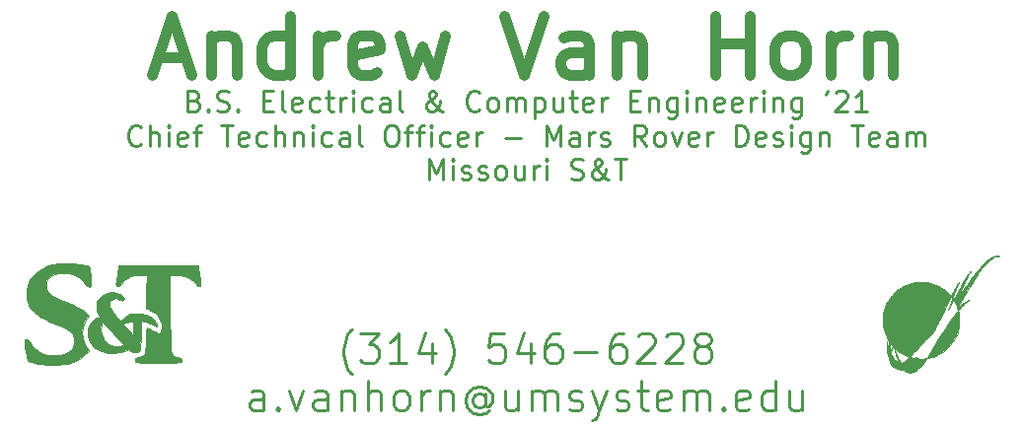
<source format=gbr>
G04 #@! TF.GenerationSoftware,KiCad,Pcbnew,(5.0.2)-1*
G04 #@! TF.CreationDate,2019-07-27T15:32:46-05:00*
G04 #@! TF.ProjectId,BusinessCards,42757369-6e65-4737-9343-617264732e6b,rev?*
G04 #@! TF.SameCoordinates,Original*
G04 #@! TF.FileFunction,Legend,Top*
G04 #@! TF.FilePolarity,Positive*
%FSLAX46Y46*%
G04 Gerber Fmt 4.6, Leading zero omitted, Abs format (unit mm)*
G04 Created by KiCad (PCBNEW (5.0.2)-1) date 7/27/2019 3:32:46 PM*
%MOMM*%
%LPD*%
G01*
G04 APERTURE LIST*
%ADD10C,0.254000*%
%ADD11C,0.952500*%
%ADD12C,0.010000*%
G04 APERTURE END LIST*
D10*
X118787333Y-73152000D02*
X119041333Y-73236666D01*
X119126000Y-73321333D01*
X119210666Y-73490666D01*
X119210666Y-73744666D01*
X119126000Y-73914000D01*
X119041333Y-73998666D01*
X118872000Y-74083333D01*
X118194666Y-74083333D01*
X118194666Y-72305333D01*
X118787333Y-72305333D01*
X118956666Y-72390000D01*
X119041333Y-72474666D01*
X119126000Y-72644000D01*
X119126000Y-72813333D01*
X119041333Y-72982666D01*
X118956666Y-73067333D01*
X118787333Y-73152000D01*
X118194666Y-73152000D01*
X119972666Y-73914000D02*
X120057333Y-73998666D01*
X119972666Y-74083333D01*
X119888000Y-73998666D01*
X119972666Y-73914000D01*
X119972666Y-74083333D01*
X120734666Y-73998666D02*
X120988666Y-74083333D01*
X121412000Y-74083333D01*
X121581333Y-73998666D01*
X121666000Y-73914000D01*
X121750666Y-73744666D01*
X121750666Y-73575333D01*
X121666000Y-73406000D01*
X121581333Y-73321333D01*
X121412000Y-73236666D01*
X121073333Y-73152000D01*
X120904000Y-73067333D01*
X120819333Y-72982666D01*
X120734666Y-72813333D01*
X120734666Y-72644000D01*
X120819333Y-72474666D01*
X120904000Y-72390000D01*
X121073333Y-72305333D01*
X121496666Y-72305333D01*
X121750666Y-72390000D01*
X122512666Y-73914000D02*
X122597333Y-73998666D01*
X122512666Y-74083333D01*
X122428000Y-73998666D01*
X122512666Y-73914000D01*
X122512666Y-74083333D01*
X124714000Y-73152000D02*
X125306666Y-73152000D01*
X125560666Y-74083333D02*
X124714000Y-74083333D01*
X124714000Y-72305333D01*
X125560666Y-72305333D01*
X126576666Y-74083333D02*
X126407333Y-73998666D01*
X126322666Y-73829333D01*
X126322666Y-72305333D01*
X127931333Y-73998666D02*
X127762000Y-74083333D01*
X127423333Y-74083333D01*
X127254000Y-73998666D01*
X127169333Y-73829333D01*
X127169333Y-73152000D01*
X127254000Y-72982666D01*
X127423333Y-72898000D01*
X127762000Y-72898000D01*
X127931333Y-72982666D01*
X128016000Y-73152000D01*
X128016000Y-73321333D01*
X127169333Y-73490666D01*
X129540000Y-73998666D02*
X129370666Y-74083333D01*
X129032000Y-74083333D01*
X128862666Y-73998666D01*
X128778000Y-73914000D01*
X128693333Y-73744666D01*
X128693333Y-73236666D01*
X128778000Y-73067333D01*
X128862666Y-72982666D01*
X129032000Y-72898000D01*
X129370666Y-72898000D01*
X129540000Y-72982666D01*
X130048000Y-72898000D02*
X130725333Y-72898000D01*
X130302000Y-72305333D02*
X130302000Y-73829333D01*
X130386666Y-73998666D01*
X130556000Y-74083333D01*
X130725333Y-74083333D01*
X131318000Y-74083333D02*
X131318000Y-72898000D01*
X131318000Y-73236666D02*
X131402666Y-73067333D01*
X131487333Y-72982666D01*
X131656666Y-72898000D01*
X131826000Y-72898000D01*
X132418666Y-74083333D02*
X132418666Y-72898000D01*
X132418666Y-72305333D02*
X132334000Y-72390000D01*
X132418666Y-72474666D01*
X132503333Y-72390000D01*
X132418666Y-72305333D01*
X132418666Y-72474666D01*
X134027333Y-73998666D02*
X133858000Y-74083333D01*
X133519333Y-74083333D01*
X133350000Y-73998666D01*
X133265333Y-73914000D01*
X133180666Y-73744666D01*
X133180666Y-73236666D01*
X133265333Y-73067333D01*
X133350000Y-72982666D01*
X133519333Y-72898000D01*
X133858000Y-72898000D01*
X134027333Y-72982666D01*
X135551333Y-74083333D02*
X135551333Y-73152000D01*
X135466666Y-72982666D01*
X135297333Y-72898000D01*
X134958666Y-72898000D01*
X134789333Y-72982666D01*
X135551333Y-73998666D02*
X135382000Y-74083333D01*
X134958666Y-74083333D01*
X134789333Y-73998666D01*
X134704666Y-73829333D01*
X134704666Y-73660000D01*
X134789333Y-73490666D01*
X134958666Y-73406000D01*
X135382000Y-73406000D01*
X135551333Y-73321333D01*
X136652000Y-74083333D02*
X136482666Y-73998666D01*
X136398000Y-73829333D01*
X136398000Y-72305333D01*
X140123333Y-74083333D02*
X140038666Y-74083333D01*
X139869333Y-73998666D01*
X139615333Y-73744666D01*
X139192000Y-73236666D01*
X139022666Y-72982666D01*
X138938000Y-72728666D01*
X138938000Y-72559333D01*
X139022666Y-72390000D01*
X139192000Y-72305333D01*
X139276666Y-72305333D01*
X139446000Y-72390000D01*
X139530666Y-72559333D01*
X139530666Y-72644000D01*
X139446000Y-72813333D01*
X139361333Y-72898000D01*
X138853333Y-73236666D01*
X138768666Y-73321333D01*
X138684000Y-73490666D01*
X138684000Y-73744666D01*
X138768666Y-73914000D01*
X138853333Y-73998666D01*
X139022666Y-74083333D01*
X139276666Y-74083333D01*
X139446000Y-73998666D01*
X139530666Y-73914000D01*
X139784666Y-73575333D01*
X139869333Y-73321333D01*
X139869333Y-73152000D01*
X143256000Y-73914000D02*
X143171333Y-73998666D01*
X142917333Y-74083333D01*
X142748000Y-74083333D01*
X142494000Y-73998666D01*
X142324666Y-73829333D01*
X142240000Y-73660000D01*
X142155333Y-73321333D01*
X142155333Y-73067333D01*
X142240000Y-72728666D01*
X142324666Y-72559333D01*
X142494000Y-72390000D01*
X142748000Y-72305333D01*
X142917333Y-72305333D01*
X143171333Y-72390000D01*
X143256000Y-72474666D01*
X144272000Y-74083333D02*
X144102666Y-73998666D01*
X144018000Y-73914000D01*
X143933333Y-73744666D01*
X143933333Y-73236666D01*
X144018000Y-73067333D01*
X144102666Y-72982666D01*
X144272000Y-72898000D01*
X144526000Y-72898000D01*
X144695333Y-72982666D01*
X144780000Y-73067333D01*
X144864666Y-73236666D01*
X144864666Y-73744666D01*
X144780000Y-73914000D01*
X144695333Y-73998666D01*
X144526000Y-74083333D01*
X144272000Y-74083333D01*
X145626666Y-74083333D02*
X145626666Y-72898000D01*
X145626666Y-73067333D02*
X145711333Y-72982666D01*
X145880666Y-72898000D01*
X146134666Y-72898000D01*
X146304000Y-72982666D01*
X146388666Y-73152000D01*
X146388666Y-74083333D01*
X146388666Y-73152000D02*
X146473333Y-72982666D01*
X146642666Y-72898000D01*
X146896666Y-72898000D01*
X147066000Y-72982666D01*
X147150666Y-73152000D01*
X147150666Y-74083333D01*
X147997333Y-72898000D02*
X147997333Y-74676000D01*
X147997333Y-72982666D02*
X148166666Y-72898000D01*
X148505333Y-72898000D01*
X148674666Y-72982666D01*
X148759333Y-73067333D01*
X148844000Y-73236666D01*
X148844000Y-73744666D01*
X148759333Y-73914000D01*
X148674666Y-73998666D01*
X148505333Y-74083333D01*
X148166666Y-74083333D01*
X147997333Y-73998666D01*
X150368000Y-72898000D02*
X150368000Y-74083333D01*
X149606000Y-72898000D02*
X149606000Y-73829333D01*
X149690666Y-73998666D01*
X149860000Y-74083333D01*
X150114000Y-74083333D01*
X150283333Y-73998666D01*
X150368000Y-73914000D01*
X150960666Y-72898000D02*
X151638000Y-72898000D01*
X151214666Y-72305333D02*
X151214666Y-73829333D01*
X151299333Y-73998666D01*
X151468666Y-74083333D01*
X151638000Y-74083333D01*
X152908000Y-73998666D02*
X152738666Y-74083333D01*
X152400000Y-74083333D01*
X152230666Y-73998666D01*
X152146000Y-73829333D01*
X152146000Y-73152000D01*
X152230666Y-72982666D01*
X152400000Y-72898000D01*
X152738666Y-72898000D01*
X152908000Y-72982666D01*
X152992666Y-73152000D01*
X152992666Y-73321333D01*
X152146000Y-73490666D01*
X153754666Y-74083333D02*
X153754666Y-72898000D01*
X153754666Y-73236666D02*
X153839333Y-73067333D01*
X153924000Y-72982666D01*
X154093333Y-72898000D01*
X154262666Y-72898000D01*
X156210000Y-73152000D02*
X156802666Y-73152000D01*
X157056666Y-74083333D02*
X156210000Y-74083333D01*
X156210000Y-72305333D01*
X157056666Y-72305333D01*
X157818666Y-72898000D02*
X157818666Y-74083333D01*
X157818666Y-73067333D02*
X157903333Y-72982666D01*
X158072666Y-72898000D01*
X158326666Y-72898000D01*
X158496000Y-72982666D01*
X158580666Y-73152000D01*
X158580666Y-74083333D01*
X160189333Y-72898000D02*
X160189333Y-74337333D01*
X160104666Y-74506666D01*
X160020000Y-74591333D01*
X159850666Y-74676000D01*
X159596666Y-74676000D01*
X159427333Y-74591333D01*
X160189333Y-73998666D02*
X160020000Y-74083333D01*
X159681333Y-74083333D01*
X159512000Y-73998666D01*
X159427333Y-73914000D01*
X159342666Y-73744666D01*
X159342666Y-73236666D01*
X159427333Y-73067333D01*
X159512000Y-72982666D01*
X159681333Y-72898000D01*
X160020000Y-72898000D01*
X160189333Y-72982666D01*
X161036000Y-74083333D02*
X161036000Y-72898000D01*
X161036000Y-72305333D02*
X160951333Y-72390000D01*
X161036000Y-72474666D01*
X161120666Y-72390000D01*
X161036000Y-72305333D01*
X161036000Y-72474666D01*
X161882666Y-72898000D02*
X161882666Y-74083333D01*
X161882666Y-73067333D02*
X161967333Y-72982666D01*
X162136666Y-72898000D01*
X162390666Y-72898000D01*
X162560000Y-72982666D01*
X162644666Y-73152000D01*
X162644666Y-74083333D01*
X164168666Y-73998666D02*
X163999333Y-74083333D01*
X163660666Y-74083333D01*
X163491333Y-73998666D01*
X163406666Y-73829333D01*
X163406666Y-73152000D01*
X163491333Y-72982666D01*
X163660666Y-72898000D01*
X163999333Y-72898000D01*
X164168666Y-72982666D01*
X164253333Y-73152000D01*
X164253333Y-73321333D01*
X163406666Y-73490666D01*
X165692666Y-73998666D02*
X165523333Y-74083333D01*
X165184666Y-74083333D01*
X165015333Y-73998666D01*
X164930666Y-73829333D01*
X164930666Y-73152000D01*
X165015333Y-72982666D01*
X165184666Y-72898000D01*
X165523333Y-72898000D01*
X165692666Y-72982666D01*
X165777333Y-73152000D01*
X165777333Y-73321333D01*
X164930666Y-73490666D01*
X166539333Y-74083333D02*
X166539333Y-72898000D01*
X166539333Y-73236666D02*
X166624000Y-73067333D01*
X166708666Y-72982666D01*
X166878000Y-72898000D01*
X167047333Y-72898000D01*
X167640000Y-74083333D02*
X167640000Y-72898000D01*
X167640000Y-72305333D02*
X167555333Y-72390000D01*
X167640000Y-72474666D01*
X167724666Y-72390000D01*
X167640000Y-72305333D01*
X167640000Y-72474666D01*
X168486666Y-72898000D02*
X168486666Y-74083333D01*
X168486666Y-73067333D02*
X168571333Y-72982666D01*
X168740666Y-72898000D01*
X168994666Y-72898000D01*
X169164000Y-72982666D01*
X169248666Y-73152000D01*
X169248666Y-74083333D01*
X170857333Y-72898000D02*
X170857333Y-74337333D01*
X170772666Y-74506666D01*
X170688000Y-74591333D01*
X170518666Y-74676000D01*
X170264666Y-74676000D01*
X170095333Y-74591333D01*
X170857333Y-73998666D02*
X170688000Y-74083333D01*
X170349333Y-74083333D01*
X170180000Y-73998666D01*
X170095333Y-73914000D01*
X170010666Y-73744666D01*
X170010666Y-73236666D01*
X170095333Y-73067333D01*
X170180000Y-72982666D01*
X170349333Y-72898000D01*
X170688000Y-72898000D01*
X170857333Y-72982666D01*
X173143333Y-72305333D02*
X172973999Y-72644000D01*
X173820666Y-72474666D02*
X173905333Y-72390000D01*
X174074666Y-72305333D01*
X174497999Y-72305333D01*
X174667333Y-72390000D01*
X174751999Y-72474666D01*
X174836666Y-72644000D01*
X174836666Y-72813333D01*
X174751999Y-73067333D01*
X173735999Y-74083333D01*
X174836666Y-74083333D01*
X176529999Y-74083333D02*
X175513999Y-74083333D01*
X176021999Y-74083333D02*
X176021999Y-72305333D01*
X175852666Y-72559333D01*
X175683333Y-72728666D01*
X175513999Y-72813333D01*
X114215333Y-76835000D02*
X114130666Y-76919666D01*
X113876666Y-77004333D01*
X113707333Y-77004333D01*
X113453333Y-76919666D01*
X113284000Y-76750333D01*
X113199333Y-76581000D01*
X113114666Y-76242333D01*
X113114666Y-75988333D01*
X113199333Y-75649666D01*
X113284000Y-75480333D01*
X113453333Y-75311000D01*
X113707333Y-75226333D01*
X113876666Y-75226333D01*
X114130666Y-75311000D01*
X114215333Y-75395666D01*
X114977333Y-77004333D02*
X114977333Y-75226333D01*
X115739333Y-77004333D02*
X115739333Y-76073000D01*
X115654666Y-75903666D01*
X115485333Y-75819000D01*
X115231333Y-75819000D01*
X115062000Y-75903666D01*
X114977333Y-75988333D01*
X116586000Y-77004333D02*
X116586000Y-75819000D01*
X116586000Y-75226333D02*
X116501333Y-75311000D01*
X116586000Y-75395666D01*
X116670666Y-75311000D01*
X116586000Y-75226333D01*
X116586000Y-75395666D01*
X118110000Y-76919666D02*
X117940666Y-77004333D01*
X117602000Y-77004333D01*
X117432666Y-76919666D01*
X117348000Y-76750333D01*
X117348000Y-76073000D01*
X117432666Y-75903666D01*
X117602000Y-75819000D01*
X117940666Y-75819000D01*
X118110000Y-75903666D01*
X118194666Y-76073000D01*
X118194666Y-76242333D01*
X117348000Y-76411666D01*
X118702666Y-75819000D02*
X119380000Y-75819000D01*
X118956666Y-77004333D02*
X118956666Y-75480333D01*
X119041333Y-75311000D01*
X119210666Y-75226333D01*
X119380000Y-75226333D01*
X121073333Y-75226333D02*
X122089333Y-75226333D01*
X121581333Y-77004333D02*
X121581333Y-75226333D01*
X123359333Y-76919666D02*
X123190000Y-77004333D01*
X122851333Y-77004333D01*
X122682000Y-76919666D01*
X122597333Y-76750333D01*
X122597333Y-76073000D01*
X122682000Y-75903666D01*
X122851333Y-75819000D01*
X123190000Y-75819000D01*
X123359333Y-75903666D01*
X123444000Y-76073000D01*
X123444000Y-76242333D01*
X122597333Y-76411666D01*
X124968000Y-76919666D02*
X124798666Y-77004333D01*
X124460000Y-77004333D01*
X124290666Y-76919666D01*
X124206000Y-76835000D01*
X124121333Y-76665666D01*
X124121333Y-76157666D01*
X124206000Y-75988333D01*
X124290666Y-75903666D01*
X124460000Y-75819000D01*
X124798666Y-75819000D01*
X124968000Y-75903666D01*
X125730000Y-77004333D02*
X125730000Y-75226333D01*
X126492000Y-77004333D02*
X126492000Y-76073000D01*
X126407333Y-75903666D01*
X126238000Y-75819000D01*
X125984000Y-75819000D01*
X125814666Y-75903666D01*
X125730000Y-75988333D01*
X127338666Y-75819000D02*
X127338666Y-77004333D01*
X127338666Y-75988333D02*
X127423333Y-75903666D01*
X127592666Y-75819000D01*
X127846666Y-75819000D01*
X128016000Y-75903666D01*
X128100666Y-76073000D01*
X128100666Y-77004333D01*
X128947333Y-77004333D02*
X128947333Y-75819000D01*
X128947333Y-75226333D02*
X128862666Y-75311000D01*
X128947333Y-75395666D01*
X129032000Y-75311000D01*
X128947333Y-75226333D01*
X128947333Y-75395666D01*
X130556000Y-76919666D02*
X130386666Y-77004333D01*
X130048000Y-77004333D01*
X129878666Y-76919666D01*
X129794000Y-76835000D01*
X129709333Y-76665666D01*
X129709333Y-76157666D01*
X129794000Y-75988333D01*
X129878666Y-75903666D01*
X130048000Y-75819000D01*
X130386666Y-75819000D01*
X130556000Y-75903666D01*
X132080000Y-77004333D02*
X132080000Y-76073000D01*
X131995333Y-75903666D01*
X131826000Y-75819000D01*
X131487333Y-75819000D01*
X131318000Y-75903666D01*
X132080000Y-76919666D02*
X131910666Y-77004333D01*
X131487333Y-77004333D01*
X131318000Y-76919666D01*
X131233333Y-76750333D01*
X131233333Y-76581000D01*
X131318000Y-76411666D01*
X131487333Y-76327000D01*
X131910666Y-76327000D01*
X132080000Y-76242333D01*
X133180666Y-77004333D02*
X133011333Y-76919666D01*
X132926666Y-76750333D01*
X132926666Y-75226333D01*
X135551333Y-75226333D02*
X135890000Y-75226333D01*
X136059333Y-75311000D01*
X136228666Y-75480333D01*
X136313333Y-75819000D01*
X136313333Y-76411666D01*
X136228666Y-76750333D01*
X136059333Y-76919666D01*
X135890000Y-77004333D01*
X135551333Y-77004333D01*
X135382000Y-76919666D01*
X135212666Y-76750333D01*
X135128000Y-76411666D01*
X135128000Y-75819000D01*
X135212666Y-75480333D01*
X135382000Y-75311000D01*
X135551333Y-75226333D01*
X136821333Y-75819000D02*
X137498666Y-75819000D01*
X137075333Y-77004333D02*
X137075333Y-75480333D01*
X137160000Y-75311000D01*
X137329333Y-75226333D01*
X137498666Y-75226333D01*
X137837333Y-75819000D02*
X138514666Y-75819000D01*
X138091333Y-77004333D02*
X138091333Y-75480333D01*
X138176000Y-75311000D01*
X138345333Y-75226333D01*
X138514666Y-75226333D01*
X139107333Y-77004333D02*
X139107333Y-75819000D01*
X139107333Y-75226333D02*
X139022666Y-75311000D01*
X139107333Y-75395666D01*
X139192000Y-75311000D01*
X139107333Y-75226333D01*
X139107333Y-75395666D01*
X140716000Y-76919666D02*
X140546666Y-77004333D01*
X140208000Y-77004333D01*
X140038666Y-76919666D01*
X139954000Y-76835000D01*
X139869333Y-76665666D01*
X139869333Y-76157666D01*
X139954000Y-75988333D01*
X140038666Y-75903666D01*
X140208000Y-75819000D01*
X140546666Y-75819000D01*
X140716000Y-75903666D01*
X142155333Y-76919666D02*
X141986000Y-77004333D01*
X141647333Y-77004333D01*
X141478000Y-76919666D01*
X141393333Y-76750333D01*
X141393333Y-76073000D01*
X141478000Y-75903666D01*
X141647333Y-75819000D01*
X141986000Y-75819000D01*
X142155333Y-75903666D01*
X142240000Y-76073000D01*
X142240000Y-76242333D01*
X141393333Y-76411666D01*
X143002000Y-77004333D02*
X143002000Y-75819000D01*
X143002000Y-76157666D02*
X143086666Y-75988333D01*
X143171333Y-75903666D01*
X143340666Y-75819000D01*
X143510000Y-75819000D01*
X145457333Y-76327000D02*
X146812000Y-76327000D01*
X149013333Y-77004333D02*
X149013333Y-75226333D01*
X149606000Y-76496333D01*
X150198666Y-75226333D01*
X150198666Y-77004333D01*
X151807333Y-77004333D02*
X151807333Y-76073000D01*
X151722666Y-75903666D01*
X151553333Y-75819000D01*
X151214666Y-75819000D01*
X151045333Y-75903666D01*
X151807333Y-76919666D02*
X151638000Y-77004333D01*
X151214666Y-77004333D01*
X151045333Y-76919666D01*
X150960666Y-76750333D01*
X150960666Y-76581000D01*
X151045333Y-76411666D01*
X151214666Y-76327000D01*
X151638000Y-76327000D01*
X151807333Y-76242333D01*
X152654000Y-77004333D02*
X152654000Y-75819000D01*
X152654000Y-76157666D02*
X152738666Y-75988333D01*
X152823333Y-75903666D01*
X152992666Y-75819000D01*
X153162000Y-75819000D01*
X153670000Y-76919666D02*
X153839333Y-77004333D01*
X154178000Y-77004333D01*
X154347333Y-76919666D01*
X154432000Y-76750333D01*
X154432000Y-76665666D01*
X154347333Y-76496333D01*
X154178000Y-76411666D01*
X153924000Y-76411666D01*
X153754666Y-76327000D01*
X153670000Y-76157666D01*
X153670000Y-76073000D01*
X153754666Y-75903666D01*
X153924000Y-75819000D01*
X154178000Y-75819000D01*
X154347333Y-75903666D01*
X157564666Y-77004333D02*
X156972000Y-76157666D01*
X156548666Y-77004333D02*
X156548666Y-75226333D01*
X157226000Y-75226333D01*
X157395333Y-75311000D01*
X157480000Y-75395666D01*
X157564666Y-75565000D01*
X157564666Y-75819000D01*
X157480000Y-75988333D01*
X157395333Y-76073000D01*
X157226000Y-76157666D01*
X156548666Y-76157666D01*
X158580666Y-77004333D02*
X158411333Y-76919666D01*
X158326666Y-76835000D01*
X158242000Y-76665666D01*
X158242000Y-76157666D01*
X158326666Y-75988333D01*
X158411333Y-75903666D01*
X158580666Y-75819000D01*
X158834666Y-75819000D01*
X159004000Y-75903666D01*
X159088666Y-75988333D01*
X159173333Y-76157666D01*
X159173333Y-76665666D01*
X159088666Y-76835000D01*
X159004000Y-76919666D01*
X158834666Y-77004333D01*
X158580666Y-77004333D01*
X159766000Y-75819000D02*
X160189333Y-77004333D01*
X160612666Y-75819000D01*
X161967333Y-76919666D02*
X161798000Y-77004333D01*
X161459333Y-77004333D01*
X161290000Y-76919666D01*
X161205333Y-76750333D01*
X161205333Y-76073000D01*
X161290000Y-75903666D01*
X161459333Y-75819000D01*
X161798000Y-75819000D01*
X161967333Y-75903666D01*
X162052000Y-76073000D01*
X162052000Y-76242333D01*
X161205333Y-76411666D01*
X162814000Y-77004333D02*
X162814000Y-75819000D01*
X162814000Y-76157666D02*
X162898666Y-75988333D01*
X162983333Y-75903666D01*
X163152666Y-75819000D01*
X163322000Y-75819000D01*
X165269333Y-77004333D02*
X165269333Y-75226333D01*
X165692666Y-75226333D01*
X165946666Y-75311000D01*
X166116000Y-75480333D01*
X166200666Y-75649666D01*
X166285333Y-75988333D01*
X166285333Y-76242333D01*
X166200666Y-76581000D01*
X166116000Y-76750333D01*
X165946666Y-76919666D01*
X165692666Y-77004333D01*
X165269333Y-77004333D01*
X167724666Y-76919666D02*
X167555333Y-77004333D01*
X167216666Y-77004333D01*
X167047333Y-76919666D01*
X166962666Y-76750333D01*
X166962666Y-76073000D01*
X167047333Y-75903666D01*
X167216666Y-75819000D01*
X167555333Y-75819000D01*
X167724666Y-75903666D01*
X167809333Y-76073000D01*
X167809333Y-76242333D01*
X166962666Y-76411666D01*
X168486666Y-76919666D02*
X168656000Y-77004333D01*
X168994666Y-77004333D01*
X169164000Y-76919666D01*
X169248666Y-76750333D01*
X169248666Y-76665666D01*
X169164000Y-76496333D01*
X168994666Y-76411666D01*
X168740666Y-76411666D01*
X168571333Y-76327000D01*
X168486666Y-76157666D01*
X168486666Y-76073000D01*
X168571333Y-75903666D01*
X168740666Y-75819000D01*
X168994666Y-75819000D01*
X169164000Y-75903666D01*
X170010666Y-77004333D02*
X170010666Y-75819000D01*
X170010666Y-75226333D02*
X169926000Y-75311000D01*
X170010666Y-75395666D01*
X170095333Y-75311000D01*
X170010666Y-75226333D01*
X170010666Y-75395666D01*
X171619333Y-75819000D02*
X171619333Y-77258333D01*
X171534666Y-77427666D01*
X171450000Y-77512333D01*
X171280666Y-77597000D01*
X171026666Y-77597000D01*
X170857333Y-77512333D01*
X171619333Y-76919666D02*
X171450000Y-77004333D01*
X171111333Y-77004333D01*
X170942000Y-76919666D01*
X170857333Y-76835000D01*
X170772666Y-76665666D01*
X170772666Y-76157666D01*
X170857333Y-75988333D01*
X170942000Y-75903666D01*
X171111333Y-75819000D01*
X171450000Y-75819000D01*
X171619333Y-75903666D01*
X172466000Y-75819000D02*
X172466000Y-77004333D01*
X172466000Y-75988333D02*
X172550666Y-75903666D01*
X172720000Y-75819000D01*
X172974000Y-75819000D01*
X173143333Y-75903666D01*
X173228000Y-76073000D01*
X173228000Y-77004333D01*
X175175333Y-75226333D02*
X176191333Y-75226333D01*
X175683333Y-77004333D02*
X175683333Y-75226333D01*
X177461333Y-76919666D02*
X177291999Y-77004333D01*
X176953333Y-77004333D01*
X176783999Y-76919666D01*
X176699333Y-76750333D01*
X176699333Y-76073000D01*
X176783999Y-75903666D01*
X176953333Y-75819000D01*
X177291999Y-75819000D01*
X177461333Y-75903666D01*
X177545999Y-76073000D01*
X177545999Y-76242333D01*
X176699333Y-76411666D01*
X179069999Y-77004333D02*
X179069999Y-76073000D01*
X178985333Y-75903666D01*
X178815999Y-75819000D01*
X178477333Y-75819000D01*
X178307999Y-75903666D01*
X179069999Y-76919666D02*
X178900666Y-77004333D01*
X178477333Y-77004333D01*
X178307999Y-76919666D01*
X178223333Y-76750333D01*
X178223333Y-76581000D01*
X178307999Y-76411666D01*
X178477333Y-76327000D01*
X178900666Y-76327000D01*
X179069999Y-76242333D01*
X179916666Y-77004333D02*
X179916666Y-75819000D01*
X179916666Y-75988333D02*
X180001333Y-75903666D01*
X180170666Y-75819000D01*
X180424666Y-75819000D01*
X180593999Y-75903666D01*
X180678666Y-76073000D01*
X180678666Y-77004333D01*
X180678666Y-76073000D02*
X180763333Y-75903666D01*
X180932666Y-75819000D01*
X181186666Y-75819000D01*
X181355999Y-75903666D01*
X181440666Y-76073000D01*
X181440666Y-77004333D01*
X138980333Y-79925333D02*
X138980333Y-78147333D01*
X139573000Y-79417333D01*
X140165666Y-78147333D01*
X140165666Y-79925333D01*
X141012333Y-79925333D02*
X141012333Y-78740000D01*
X141012333Y-78147333D02*
X140927666Y-78232000D01*
X141012333Y-78316666D01*
X141097000Y-78232000D01*
X141012333Y-78147333D01*
X141012333Y-78316666D01*
X141774333Y-79840666D02*
X141943666Y-79925333D01*
X142282333Y-79925333D01*
X142451666Y-79840666D01*
X142536333Y-79671333D01*
X142536333Y-79586666D01*
X142451666Y-79417333D01*
X142282333Y-79332666D01*
X142028333Y-79332666D01*
X141859000Y-79248000D01*
X141774333Y-79078666D01*
X141774333Y-78994000D01*
X141859000Y-78824666D01*
X142028333Y-78740000D01*
X142282333Y-78740000D01*
X142451666Y-78824666D01*
X143213666Y-79840666D02*
X143383000Y-79925333D01*
X143721666Y-79925333D01*
X143891000Y-79840666D01*
X143975666Y-79671333D01*
X143975666Y-79586666D01*
X143891000Y-79417333D01*
X143721666Y-79332666D01*
X143467666Y-79332666D01*
X143298333Y-79248000D01*
X143213666Y-79078666D01*
X143213666Y-78994000D01*
X143298333Y-78824666D01*
X143467666Y-78740000D01*
X143721666Y-78740000D01*
X143891000Y-78824666D01*
X144991666Y-79925333D02*
X144822333Y-79840666D01*
X144737666Y-79756000D01*
X144653000Y-79586666D01*
X144653000Y-79078666D01*
X144737666Y-78909333D01*
X144822333Y-78824666D01*
X144991666Y-78740000D01*
X145245666Y-78740000D01*
X145415000Y-78824666D01*
X145499666Y-78909333D01*
X145584333Y-79078666D01*
X145584333Y-79586666D01*
X145499666Y-79756000D01*
X145415000Y-79840666D01*
X145245666Y-79925333D01*
X144991666Y-79925333D01*
X147108333Y-78740000D02*
X147108333Y-79925333D01*
X146346333Y-78740000D02*
X146346333Y-79671333D01*
X146431000Y-79840666D01*
X146600333Y-79925333D01*
X146854333Y-79925333D01*
X147023666Y-79840666D01*
X147108333Y-79756000D01*
X147955000Y-79925333D02*
X147955000Y-78740000D01*
X147955000Y-79078666D02*
X148039666Y-78909333D01*
X148124333Y-78824666D01*
X148293666Y-78740000D01*
X148463000Y-78740000D01*
X149055666Y-79925333D02*
X149055666Y-78740000D01*
X149055666Y-78147333D02*
X148971000Y-78232000D01*
X149055666Y-78316666D01*
X149140333Y-78232000D01*
X149055666Y-78147333D01*
X149055666Y-78316666D01*
X151172333Y-79840666D02*
X151426333Y-79925333D01*
X151849666Y-79925333D01*
X152019000Y-79840666D01*
X152103666Y-79756000D01*
X152188333Y-79586666D01*
X152188333Y-79417333D01*
X152103666Y-79248000D01*
X152019000Y-79163333D01*
X151849666Y-79078666D01*
X151511000Y-78994000D01*
X151341666Y-78909333D01*
X151257000Y-78824666D01*
X151172333Y-78655333D01*
X151172333Y-78486000D01*
X151257000Y-78316666D01*
X151341666Y-78232000D01*
X151511000Y-78147333D01*
X151934333Y-78147333D01*
X152188333Y-78232000D01*
X154389666Y-79925333D02*
X154305000Y-79925333D01*
X154135666Y-79840666D01*
X153881666Y-79586666D01*
X153458333Y-79078666D01*
X153289000Y-78824666D01*
X153204333Y-78570666D01*
X153204333Y-78401333D01*
X153289000Y-78232000D01*
X153458333Y-78147333D01*
X153543000Y-78147333D01*
X153712333Y-78232000D01*
X153797000Y-78401333D01*
X153797000Y-78486000D01*
X153712333Y-78655333D01*
X153627666Y-78740000D01*
X153119666Y-79078666D01*
X153035000Y-79163333D01*
X152950333Y-79332666D01*
X152950333Y-79586666D01*
X153035000Y-79756000D01*
X153119666Y-79840666D01*
X153289000Y-79925333D01*
X153543000Y-79925333D01*
X153712333Y-79840666D01*
X153797000Y-79756000D01*
X154051000Y-79417333D01*
X154135666Y-79163333D01*
X154135666Y-78994000D01*
X154897666Y-78147333D02*
X155913666Y-78147333D01*
X155405666Y-79925333D02*
X155405666Y-78147333D01*
D11*
X115630476Y-69426666D02*
X118049523Y-69426666D01*
X115146666Y-70878095D02*
X116840000Y-65798095D01*
X118533333Y-70878095D01*
X120226666Y-67491428D02*
X120226666Y-70878095D01*
X120226666Y-67975238D02*
X120468571Y-67733333D01*
X120952380Y-67491428D01*
X121678095Y-67491428D01*
X122161904Y-67733333D01*
X122403809Y-68217142D01*
X122403809Y-70878095D01*
X127000000Y-70878095D02*
X127000000Y-65798095D01*
X127000000Y-70636190D02*
X126516190Y-70878095D01*
X125548571Y-70878095D01*
X125064761Y-70636190D01*
X124822857Y-70394285D01*
X124580952Y-69910476D01*
X124580952Y-68459047D01*
X124822857Y-67975238D01*
X125064761Y-67733333D01*
X125548571Y-67491428D01*
X126516190Y-67491428D01*
X127000000Y-67733333D01*
X129419047Y-70878095D02*
X129419047Y-67491428D01*
X129419047Y-68459047D02*
X129660952Y-67975238D01*
X129902857Y-67733333D01*
X130386666Y-67491428D01*
X130870476Y-67491428D01*
X134499047Y-70636190D02*
X134015238Y-70878095D01*
X133047619Y-70878095D01*
X132563809Y-70636190D01*
X132321904Y-70152380D01*
X132321904Y-68217142D01*
X132563809Y-67733333D01*
X133047619Y-67491428D01*
X134015238Y-67491428D01*
X134499047Y-67733333D01*
X134740952Y-68217142D01*
X134740952Y-68700952D01*
X132321904Y-69184761D01*
X136434285Y-67491428D02*
X137401904Y-70878095D01*
X138369523Y-68459047D01*
X139337142Y-70878095D01*
X140304761Y-67491428D01*
X145384761Y-65798095D02*
X147078095Y-70878095D01*
X148771428Y-65798095D01*
X152641904Y-70878095D02*
X152641904Y-68217142D01*
X152400000Y-67733333D01*
X151916190Y-67491428D01*
X150948571Y-67491428D01*
X150464761Y-67733333D01*
X152641904Y-70636190D02*
X152158095Y-70878095D01*
X150948571Y-70878095D01*
X150464761Y-70636190D01*
X150222857Y-70152380D01*
X150222857Y-69668571D01*
X150464761Y-69184761D01*
X150948571Y-68942857D01*
X152158095Y-68942857D01*
X152641904Y-68700952D01*
X155060952Y-67491428D02*
X155060952Y-70878095D01*
X155060952Y-67975238D02*
X155302857Y-67733333D01*
X155786666Y-67491428D01*
X156512380Y-67491428D01*
X156996190Y-67733333D01*
X157238095Y-68217142D01*
X157238095Y-70878095D01*
X163527619Y-70878095D02*
X163527619Y-65798095D01*
X163527619Y-68217142D02*
X166430476Y-68217142D01*
X166430476Y-70878095D02*
X166430476Y-65798095D01*
X169575238Y-70878095D02*
X169091428Y-70636190D01*
X168849523Y-70394285D01*
X168607619Y-69910476D01*
X168607619Y-68459047D01*
X168849523Y-67975238D01*
X169091428Y-67733333D01*
X169575238Y-67491428D01*
X170300952Y-67491428D01*
X170784761Y-67733333D01*
X171026666Y-67975238D01*
X171268571Y-68459047D01*
X171268571Y-69910476D01*
X171026666Y-70394285D01*
X170784761Y-70636190D01*
X170300952Y-70878095D01*
X169575238Y-70878095D01*
X173445714Y-70878095D02*
X173445714Y-67491428D01*
X173445714Y-68459047D02*
X173687619Y-67975238D01*
X173929523Y-67733333D01*
X174413333Y-67491428D01*
X174897142Y-67491428D01*
X176590476Y-67491428D02*
X176590476Y-70878095D01*
X176590476Y-67975238D02*
X176832380Y-67733333D01*
X177316190Y-67491428D01*
X178041904Y-67491428D01*
X178525714Y-67733333D01*
X178767619Y-68217142D01*
X178767619Y-70878095D01*
D10*
X132321904Y-96604666D02*
X132200952Y-96483714D01*
X131959047Y-96120857D01*
X131838095Y-95878952D01*
X131717142Y-95516095D01*
X131596190Y-94911333D01*
X131596190Y-94427523D01*
X131717142Y-93822761D01*
X131838095Y-93459904D01*
X131959047Y-93218000D01*
X132200952Y-92855142D01*
X132321904Y-92734190D01*
X133047619Y-93097047D02*
X134620000Y-93097047D01*
X133773333Y-94064666D01*
X134136190Y-94064666D01*
X134378095Y-94185619D01*
X134499047Y-94306571D01*
X134620000Y-94548476D01*
X134620000Y-95153238D01*
X134499047Y-95395142D01*
X134378095Y-95516095D01*
X134136190Y-95637047D01*
X133410476Y-95637047D01*
X133168571Y-95516095D01*
X133047619Y-95395142D01*
X137039047Y-95637047D02*
X135587619Y-95637047D01*
X136313333Y-95637047D02*
X136313333Y-93097047D01*
X136071428Y-93459904D01*
X135829523Y-93701809D01*
X135587619Y-93822761D01*
X139216190Y-93943714D02*
X139216190Y-95637047D01*
X138611428Y-92976095D02*
X138006666Y-94790380D01*
X139579047Y-94790380D01*
X140304761Y-96604666D02*
X140425714Y-96483714D01*
X140667619Y-96120857D01*
X140788571Y-95878952D01*
X140909523Y-95516095D01*
X141030476Y-94911333D01*
X141030476Y-94427523D01*
X140909523Y-93822761D01*
X140788571Y-93459904D01*
X140667619Y-93218000D01*
X140425714Y-92855142D01*
X140304761Y-92734190D01*
X145384761Y-93097047D02*
X144175238Y-93097047D01*
X144054285Y-94306571D01*
X144175238Y-94185619D01*
X144417142Y-94064666D01*
X145021904Y-94064666D01*
X145263809Y-94185619D01*
X145384761Y-94306571D01*
X145505714Y-94548476D01*
X145505714Y-95153238D01*
X145384761Y-95395142D01*
X145263809Y-95516095D01*
X145021904Y-95637047D01*
X144417142Y-95637047D01*
X144175238Y-95516095D01*
X144054285Y-95395142D01*
X147682857Y-93943714D02*
X147682857Y-95637047D01*
X147078095Y-92976095D02*
X146473333Y-94790380D01*
X148045714Y-94790380D01*
X150101904Y-93097047D02*
X149618095Y-93097047D01*
X149376190Y-93218000D01*
X149255238Y-93338952D01*
X149013333Y-93701809D01*
X148892380Y-94185619D01*
X148892380Y-95153238D01*
X149013333Y-95395142D01*
X149134285Y-95516095D01*
X149376190Y-95637047D01*
X149860000Y-95637047D01*
X150101904Y-95516095D01*
X150222857Y-95395142D01*
X150343809Y-95153238D01*
X150343809Y-94548476D01*
X150222857Y-94306571D01*
X150101904Y-94185619D01*
X149860000Y-94064666D01*
X149376190Y-94064666D01*
X149134285Y-94185619D01*
X149013333Y-94306571D01*
X148892380Y-94548476D01*
X151432380Y-94669428D02*
X153367619Y-94669428D01*
X155665714Y-93097047D02*
X155181904Y-93097047D01*
X154940000Y-93218000D01*
X154819047Y-93338952D01*
X154577142Y-93701809D01*
X154456190Y-94185619D01*
X154456190Y-95153238D01*
X154577142Y-95395142D01*
X154698095Y-95516095D01*
X154940000Y-95637047D01*
X155423809Y-95637047D01*
X155665714Y-95516095D01*
X155786666Y-95395142D01*
X155907619Y-95153238D01*
X155907619Y-94548476D01*
X155786666Y-94306571D01*
X155665714Y-94185619D01*
X155423809Y-94064666D01*
X154940000Y-94064666D01*
X154698095Y-94185619D01*
X154577142Y-94306571D01*
X154456190Y-94548476D01*
X156875238Y-93338952D02*
X156996190Y-93218000D01*
X157238095Y-93097047D01*
X157842857Y-93097047D01*
X158084761Y-93218000D01*
X158205714Y-93338952D01*
X158326666Y-93580857D01*
X158326666Y-93822761D01*
X158205714Y-94185619D01*
X156754285Y-95637047D01*
X158326666Y-95637047D01*
X159294285Y-93338952D02*
X159415238Y-93218000D01*
X159657142Y-93097047D01*
X160261904Y-93097047D01*
X160503809Y-93218000D01*
X160624761Y-93338952D01*
X160745714Y-93580857D01*
X160745714Y-93822761D01*
X160624761Y-94185619D01*
X159173333Y-95637047D01*
X160745714Y-95637047D01*
X162197142Y-94185619D02*
X161955238Y-94064666D01*
X161834285Y-93943714D01*
X161713333Y-93701809D01*
X161713333Y-93580857D01*
X161834285Y-93338952D01*
X161955238Y-93218000D01*
X162197142Y-93097047D01*
X162680952Y-93097047D01*
X162922857Y-93218000D01*
X163043809Y-93338952D01*
X163164761Y-93580857D01*
X163164761Y-93701809D01*
X163043809Y-93943714D01*
X162922857Y-94064666D01*
X162680952Y-94185619D01*
X162197142Y-94185619D01*
X161955238Y-94306571D01*
X161834285Y-94427523D01*
X161713333Y-94669428D01*
X161713333Y-95153238D01*
X161834285Y-95395142D01*
X161955238Y-95516095D01*
X162197142Y-95637047D01*
X162680952Y-95637047D01*
X162922857Y-95516095D01*
X163043809Y-95395142D01*
X163164761Y-95153238D01*
X163164761Y-94669428D01*
X163043809Y-94427523D01*
X162922857Y-94306571D01*
X162680952Y-94185619D01*
X124762380Y-99701047D02*
X124762380Y-98370571D01*
X124641428Y-98128666D01*
X124399523Y-98007714D01*
X123915714Y-98007714D01*
X123673809Y-98128666D01*
X124762380Y-99580095D02*
X124520476Y-99701047D01*
X123915714Y-99701047D01*
X123673809Y-99580095D01*
X123552857Y-99338190D01*
X123552857Y-99096285D01*
X123673809Y-98854380D01*
X123915714Y-98733428D01*
X124520476Y-98733428D01*
X124762380Y-98612476D01*
X125971904Y-99459142D02*
X126092857Y-99580095D01*
X125971904Y-99701047D01*
X125850952Y-99580095D01*
X125971904Y-99459142D01*
X125971904Y-99701047D01*
X126939523Y-98007714D02*
X127544285Y-99701047D01*
X128149047Y-98007714D01*
X130205238Y-99701047D02*
X130205238Y-98370571D01*
X130084285Y-98128666D01*
X129842380Y-98007714D01*
X129358571Y-98007714D01*
X129116666Y-98128666D01*
X130205238Y-99580095D02*
X129963333Y-99701047D01*
X129358571Y-99701047D01*
X129116666Y-99580095D01*
X128995714Y-99338190D01*
X128995714Y-99096285D01*
X129116666Y-98854380D01*
X129358571Y-98733428D01*
X129963333Y-98733428D01*
X130205238Y-98612476D01*
X131414761Y-98007714D02*
X131414761Y-99701047D01*
X131414761Y-98249619D02*
X131535714Y-98128666D01*
X131777619Y-98007714D01*
X132140476Y-98007714D01*
X132382380Y-98128666D01*
X132503333Y-98370571D01*
X132503333Y-99701047D01*
X133712857Y-99701047D02*
X133712857Y-97161047D01*
X134801428Y-99701047D02*
X134801428Y-98370571D01*
X134680476Y-98128666D01*
X134438571Y-98007714D01*
X134075714Y-98007714D01*
X133833809Y-98128666D01*
X133712857Y-98249619D01*
X136373809Y-99701047D02*
X136131904Y-99580095D01*
X136010952Y-99459142D01*
X135890000Y-99217238D01*
X135890000Y-98491523D01*
X136010952Y-98249619D01*
X136131904Y-98128666D01*
X136373809Y-98007714D01*
X136736666Y-98007714D01*
X136978571Y-98128666D01*
X137099523Y-98249619D01*
X137220476Y-98491523D01*
X137220476Y-99217238D01*
X137099523Y-99459142D01*
X136978571Y-99580095D01*
X136736666Y-99701047D01*
X136373809Y-99701047D01*
X138309047Y-99701047D02*
X138309047Y-98007714D01*
X138309047Y-98491523D02*
X138430000Y-98249619D01*
X138550952Y-98128666D01*
X138792857Y-98007714D01*
X139034761Y-98007714D01*
X139881428Y-98007714D02*
X139881428Y-99701047D01*
X139881428Y-98249619D02*
X140002380Y-98128666D01*
X140244285Y-98007714D01*
X140607142Y-98007714D01*
X140849047Y-98128666D01*
X140970000Y-98370571D01*
X140970000Y-99701047D01*
X143751904Y-98491523D02*
X143630952Y-98370571D01*
X143389047Y-98249619D01*
X143147142Y-98249619D01*
X142905238Y-98370571D01*
X142784285Y-98491523D01*
X142663333Y-98733428D01*
X142663333Y-98975333D01*
X142784285Y-99217238D01*
X142905238Y-99338190D01*
X143147142Y-99459142D01*
X143389047Y-99459142D01*
X143630952Y-99338190D01*
X143751904Y-99217238D01*
X143751904Y-98249619D02*
X143751904Y-99217238D01*
X143872857Y-99338190D01*
X143993809Y-99338190D01*
X144235714Y-99217238D01*
X144356666Y-98975333D01*
X144356666Y-98370571D01*
X144114761Y-98007714D01*
X143751904Y-97765809D01*
X143268095Y-97644857D01*
X142784285Y-97765809D01*
X142421428Y-98007714D01*
X142179523Y-98370571D01*
X142058571Y-98854380D01*
X142179523Y-99338190D01*
X142421428Y-99701047D01*
X142784285Y-99942952D01*
X143268095Y-100063904D01*
X143751904Y-99942952D01*
X144114761Y-99701047D01*
X146533809Y-98007714D02*
X146533809Y-99701047D01*
X145445238Y-98007714D02*
X145445238Y-99338190D01*
X145566190Y-99580095D01*
X145808095Y-99701047D01*
X146170952Y-99701047D01*
X146412857Y-99580095D01*
X146533809Y-99459142D01*
X147743333Y-99701047D02*
X147743333Y-98007714D01*
X147743333Y-98249619D02*
X147864285Y-98128666D01*
X148106190Y-98007714D01*
X148469047Y-98007714D01*
X148710952Y-98128666D01*
X148831904Y-98370571D01*
X148831904Y-99701047D01*
X148831904Y-98370571D02*
X148952857Y-98128666D01*
X149194761Y-98007714D01*
X149557619Y-98007714D01*
X149799523Y-98128666D01*
X149920476Y-98370571D01*
X149920476Y-99701047D01*
X151009047Y-99580095D02*
X151250952Y-99701047D01*
X151734761Y-99701047D01*
X151976666Y-99580095D01*
X152097619Y-99338190D01*
X152097619Y-99217238D01*
X151976666Y-98975333D01*
X151734761Y-98854380D01*
X151371904Y-98854380D01*
X151130000Y-98733428D01*
X151009047Y-98491523D01*
X151009047Y-98370571D01*
X151130000Y-98128666D01*
X151371904Y-98007714D01*
X151734761Y-98007714D01*
X151976666Y-98128666D01*
X152944285Y-98007714D02*
X153549047Y-99701047D01*
X154153809Y-98007714D02*
X153549047Y-99701047D01*
X153307142Y-100305809D01*
X153186190Y-100426761D01*
X152944285Y-100547714D01*
X155000476Y-99580095D02*
X155242380Y-99701047D01*
X155726190Y-99701047D01*
X155968095Y-99580095D01*
X156089047Y-99338190D01*
X156089047Y-99217238D01*
X155968095Y-98975333D01*
X155726190Y-98854380D01*
X155363333Y-98854380D01*
X155121428Y-98733428D01*
X155000476Y-98491523D01*
X155000476Y-98370571D01*
X155121428Y-98128666D01*
X155363333Y-98007714D01*
X155726190Y-98007714D01*
X155968095Y-98128666D01*
X156814761Y-98007714D02*
X157782380Y-98007714D01*
X157177619Y-97161047D02*
X157177619Y-99338190D01*
X157298571Y-99580095D01*
X157540476Y-99701047D01*
X157782380Y-99701047D01*
X159596666Y-99580095D02*
X159354761Y-99701047D01*
X158870952Y-99701047D01*
X158629047Y-99580095D01*
X158508095Y-99338190D01*
X158508095Y-98370571D01*
X158629047Y-98128666D01*
X158870952Y-98007714D01*
X159354761Y-98007714D01*
X159596666Y-98128666D01*
X159717619Y-98370571D01*
X159717619Y-98612476D01*
X158508095Y-98854380D01*
X160806190Y-99701047D02*
X160806190Y-98007714D01*
X160806190Y-98249619D02*
X160927142Y-98128666D01*
X161169047Y-98007714D01*
X161531904Y-98007714D01*
X161773809Y-98128666D01*
X161894761Y-98370571D01*
X161894761Y-99701047D01*
X161894761Y-98370571D02*
X162015714Y-98128666D01*
X162257619Y-98007714D01*
X162620476Y-98007714D01*
X162862380Y-98128666D01*
X162983333Y-98370571D01*
X162983333Y-99701047D01*
X164192857Y-99459142D02*
X164313809Y-99580095D01*
X164192857Y-99701047D01*
X164071904Y-99580095D01*
X164192857Y-99459142D01*
X164192857Y-99701047D01*
X166370000Y-99580095D02*
X166128095Y-99701047D01*
X165644285Y-99701047D01*
X165402380Y-99580095D01*
X165281428Y-99338190D01*
X165281428Y-98370571D01*
X165402380Y-98128666D01*
X165644285Y-98007714D01*
X166128095Y-98007714D01*
X166370000Y-98128666D01*
X166490952Y-98370571D01*
X166490952Y-98612476D01*
X165281428Y-98854380D01*
X168668095Y-99701047D02*
X168668095Y-97161047D01*
X168668095Y-99580095D02*
X168426190Y-99701047D01*
X167942380Y-99701047D01*
X167700476Y-99580095D01*
X167579523Y-99459142D01*
X167458571Y-99217238D01*
X167458571Y-98491523D01*
X167579523Y-98249619D01*
X167700476Y-98128666D01*
X167942380Y-98007714D01*
X168426190Y-98007714D01*
X168668095Y-98128666D01*
X170966190Y-98007714D02*
X170966190Y-99701047D01*
X169877619Y-98007714D02*
X169877619Y-99338190D01*
X169998571Y-99580095D01*
X170240476Y-99701047D01*
X170603333Y-99701047D01*
X170845238Y-99580095D01*
X170966190Y-99459142D01*
D12*
G04 #@! TO.C,G\002A\002A\002A*
G36*
X184444354Y-88665025D02*
X184439097Y-88677126D01*
X184422000Y-88702867D01*
X184412190Y-88716756D01*
X184393840Y-88743842D01*
X184375861Y-88773573D01*
X184357125Y-88808325D01*
X184336503Y-88850477D01*
X184312868Y-88902406D01*
X184285091Y-88966489D01*
X184252043Y-89045105D01*
X184222622Y-89116244D01*
X184197600Y-89177670D01*
X184166740Y-89254444D01*
X184131379Y-89343161D01*
X184092855Y-89440415D01*
X184052506Y-89542801D01*
X184011670Y-89646915D01*
X183971686Y-89749352D01*
X183933891Y-89846706D01*
X183899623Y-89935572D01*
X183870220Y-90012545D01*
X183864369Y-90027988D01*
X183853532Y-90056648D01*
X183797220Y-89979539D01*
X183772322Y-89947301D01*
X183751298Y-89923500D01*
X183737057Y-89911255D01*
X183733006Y-89910721D01*
X183727388Y-89920970D01*
X183713808Y-89947788D01*
X183693013Y-89989649D01*
X183665749Y-90045028D01*
X183632761Y-90112401D01*
X183594796Y-90190243D01*
X183552599Y-90277029D01*
X183506917Y-90371233D01*
X183458495Y-90471332D01*
X183439172Y-90511344D01*
X183327921Y-90741675D01*
X183224687Y-90955119D01*
X183128860Y-91152925D01*
X183039831Y-91336337D01*
X182956990Y-91506603D01*
X182879727Y-91664968D01*
X182807434Y-91812678D01*
X182739500Y-91950980D01*
X182675316Y-92081120D01*
X182614273Y-92204344D01*
X182555761Y-92321899D01*
X182499170Y-92435030D01*
X182466958Y-92499170D01*
X182423299Y-92586492D01*
X182386018Y-92661559D01*
X182353790Y-92726093D01*
X182325287Y-92781820D01*
X182299185Y-92830462D01*
X182274158Y-92873744D01*
X182248879Y-92913388D01*
X182222022Y-92951118D01*
X182192263Y-92988659D01*
X182158274Y-93027733D01*
X182118730Y-93070065D01*
X182072305Y-93117378D01*
X182017674Y-93171396D01*
X181953510Y-93233842D01*
X181878487Y-93306440D01*
X181791280Y-93390913D01*
X181750554Y-93430491D01*
X181677095Y-93502369D01*
X181605228Y-93573443D01*
X181536826Y-93641806D01*
X181473766Y-93705553D01*
X181417923Y-93762777D01*
X181371171Y-93811572D01*
X181335386Y-93850031D01*
X181314557Y-93873693D01*
X181257906Y-93940302D01*
X181189212Y-94019063D01*
X181110482Y-94107789D01*
X181023725Y-94204292D01*
X180930952Y-94306383D01*
X180834170Y-94411873D01*
X180735390Y-94518576D01*
X180636620Y-94624303D01*
X180539869Y-94726865D01*
X180447146Y-94824074D01*
X180360461Y-94913743D01*
X180346277Y-94928276D01*
X180298303Y-94977495D01*
X180255468Y-95021708D01*
X180219624Y-95058984D01*
X180192621Y-95087390D01*
X180176311Y-95104992D01*
X180172216Y-95110010D01*
X180184556Y-95114406D01*
X180212514Y-95122450D01*
X180252177Y-95133143D01*
X180299627Y-95145487D01*
X180350951Y-95158484D01*
X180402232Y-95171137D01*
X180449556Y-95182446D01*
X180489007Y-95191415D01*
X180504248Y-95194646D01*
X180568725Y-95206804D01*
X180615584Y-95213207D01*
X180646406Y-95213973D01*
X180662773Y-95209219D01*
X180665197Y-95206583D01*
X180674789Y-95197119D01*
X180696492Y-95178312D01*
X180726665Y-95153264D01*
X180748616Y-95135490D01*
X180826917Y-95072677D01*
X180668457Y-95222133D01*
X180702509Y-95228227D01*
X180762866Y-95236957D01*
X180835208Y-95244029D01*
X180916794Y-95249462D01*
X181004882Y-95253277D01*
X181096733Y-95255494D01*
X181189604Y-95256133D01*
X181280756Y-95255214D01*
X181367446Y-95252757D01*
X181446934Y-95248782D01*
X181516479Y-95243310D01*
X181573339Y-95236359D01*
X181614774Y-95227951D01*
X181632727Y-95221418D01*
X181644207Y-95209573D01*
X181664525Y-95182044D01*
X181692600Y-95140607D01*
X181727347Y-95087034D01*
X181767685Y-95023098D01*
X181812531Y-94950575D01*
X181860802Y-94871236D01*
X181911416Y-94786857D01*
X181963290Y-94699210D01*
X182015340Y-94610069D01*
X182066486Y-94521208D01*
X182115643Y-94434401D01*
X182142313Y-94386601D01*
X182184634Y-94311587D01*
X182230086Y-94233270D01*
X182276021Y-94156062D01*
X182319788Y-94084374D01*
X182358738Y-94022618D01*
X182383502Y-93985020D01*
X182420553Y-93928446D01*
X182463582Y-93859712D01*
X182509202Y-93784417D01*
X182554025Y-93708161D01*
X182594663Y-93636546D01*
X182598729Y-93629199D01*
X182648622Y-93541052D01*
X182697686Y-93459585D01*
X182749448Y-93379318D01*
X182807438Y-93294778D01*
X182873701Y-93202519D01*
X183015597Y-93004263D01*
X183149685Y-92808387D01*
X183279082Y-92610061D01*
X183406904Y-92404452D01*
X183536269Y-92186732D01*
X183596383Y-92082530D01*
X183632454Y-92020546D01*
X183665279Y-91967042D01*
X183697815Y-91917826D01*
X183733021Y-91868706D01*
X183773857Y-91815488D01*
X183823280Y-91753981D01*
X183858523Y-91711068D01*
X183907164Y-91652066D01*
X183955546Y-91593214D01*
X184000927Y-91537860D01*
X184040562Y-91489355D01*
X184071709Y-91451046D01*
X184084674Y-91434981D01*
X184115876Y-91396543D01*
X184155381Y-91348481D01*
X184198496Y-91296473D01*
X184240528Y-91246201D01*
X184247477Y-91237940D01*
X184281700Y-91196501D01*
X184310739Y-91159815D01*
X184332326Y-91130870D01*
X184344192Y-91112651D01*
X184345771Y-91108508D01*
X184343093Y-91093432D01*
X184336201Y-91066033D01*
X184326810Y-91032213D01*
X184316635Y-90997871D01*
X184307392Y-90968911D01*
X184300794Y-90951231D01*
X184299329Y-90948690D01*
X184290563Y-90952755D01*
X184271725Y-90967674D01*
X184248364Y-90988848D01*
X184225194Y-91009726D01*
X184214348Y-91016645D01*
X184216451Y-91009214D01*
X184217004Y-91008301D01*
X184231041Y-90983895D01*
X184248309Y-90951840D01*
X184255121Y-90938666D01*
X184268822Y-90912914D01*
X184277224Y-90902914D01*
X184283840Y-90906376D01*
X184289604Y-90916170D01*
X184295007Y-90924384D01*
X184301831Y-90927199D01*
X184312657Y-90923001D01*
X184330065Y-90910177D01*
X184356635Y-90887111D01*
X184394950Y-90852192D01*
X184401391Y-90846271D01*
X184515022Y-90742673D01*
X184616253Y-90652322D01*
X184706579Y-90573970D01*
X184787496Y-90506370D01*
X184860500Y-90448275D01*
X184927087Y-90398437D01*
X184988751Y-90355609D01*
X184993321Y-90352577D01*
X185075052Y-90301970D01*
X185144989Y-90265945D01*
X185202784Y-90244626D01*
X185248090Y-90238137D01*
X185280559Y-90246601D01*
X185284467Y-90249296D01*
X185295184Y-90258683D01*
X185293189Y-90263267D01*
X185275573Y-90264836D01*
X185258824Y-90265057D01*
X185214065Y-90271695D01*
X185169657Y-90292938D01*
X185167679Y-90294182D01*
X185132515Y-90319027D01*
X185086972Y-90354953D01*
X185034749Y-90398724D01*
X184979548Y-90447107D01*
X184925067Y-90496865D01*
X184875009Y-90544764D01*
X184837708Y-90582646D01*
X184806729Y-90615668D01*
X184767486Y-90658004D01*
X184722037Y-90707385D01*
X184672444Y-90761541D01*
X184620765Y-90818203D01*
X184569062Y-90875101D01*
X184519394Y-90929966D01*
X184473821Y-90980528D01*
X184434403Y-91024518D01*
X184403200Y-91059666D01*
X184382272Y-91083702D01*
X184375407Y-91091970D01*
X184353279Y-91120101D01*
X184380433Y-91242403D01*
X184402739Y-91348631D01*
X184420083Y-91445850D01*
X184433121Y-91539735D01*
X184442510Y-91635962D01*
X184448907Y-91740207D01*
X184452967Y-91858146D01*
X184453309Y-91872675D01*
X184454568Y-92035888D01*
X184450193Y-92184876D01*
X184439664Y-92324830D01*
X184422461Y-92460942D01*
X184398064Y-92598404D01*
X184366284Y-92741041D01*
X184296789Y-92985762D01*
X184208933Y-93223227D01*
X184103423Y-93452470D01*
X183980968Y-93672526D01*
X183842273Y-93882433D01*
X183688045Y-94081224D01*
X183518992Y-94267935D01*
X183335821Y-94441601D01*
X183139239Y-94601259D01*
X182929953Y-94745943D01*
X182868905Y-94783801D01*
X182660556Y-94899464D01*
X182442609Y-95000640D01*
X182218404Y-95086073D01*
X181991279Y-95154505D01*
X181764575Y-95204676D01*
X181740514Y-95208905D01*
X181687739Y-95219648D01*
X181653687Y-95230727D01*
X181637262Y-95242210D01*
X181628155Y-95255197D01*
X181609393Y-95282248D01*
X181582693Y-95320878D01*
X181549771Y-95368602D01*
X181512344Y-95422934D01*
X181482813Y-95465850D01*
X181372638Y-95622266D01*
X181268994Y-95761379D01*
X181170751Y-95884447D01*
X181076779Y-95992726D01*
X180985947Y-96087474D01*
X180897125Y-96169947D01*
X180809182Y-96241404D01*
X180742812Y-96288730D01*
X180684318Y-96324445D01*
X180616978Y-96359842D01*
X180547181Y-96391965D01*
X180481315Y-96417856D01*
X180429843Y-96433591D01*
X180347512Y-96448208D01*
X180258421Y-96454709D01*
X180171323Y-96452792D01*
X180107152Y-96444657D01*
X179988179Y-96411910D01*
X179874155Y-96359740D01*
X179765234Y-96288223D01*
X179727530Y-96257949D01*
X179698427Y-96235286D01*
X179674738Y-96223522D01*
X179647805Y-96219231D01*
X179628662Y-96218815D01*
X179494121Y-96210929D01*
X179357604Y-96188158D01*
X179325137Y-96179346D01*
X180067084Y-96179346D01*
X180080983Y-96188064D01*
X180094032Y-96192139D01*
X180113074Y-96194330D01*
X180146010Y-96195403D01*
X180186677Y-96195200D01*
X180199447Y-96194867D01*
X180258011Y-96190639D01*
X180306335Y-96180911D01*
X180347819Y-96166401D01*
X180415682Y-96135416D01*
X180476414Y-96099932D01*
X180535431Y-96056231D01*
X180598146Y-96000593D01*
X180620380Y-95979172D01*
X180653191Y-95946486D01*
X180677578Y-95921051D01*
X180691736Y-95904852D01*
X180693856Y-95899874D01*
X180691384Y-95901173D01*
X180587616Y-95965621D01*
X180497955Y-96017015D01*
X180421637Y-96055793D01*
X180417984Y-96057489D01*
X180364107Y-96080581D01*
X180302402Y-96104180D01*
X180238451Y-96126408D01*
X180177835Y-96145389D01*
X180126136Y-96159245D01*
X180098927Y-96164782D01*
X180073102Y-96171379D01*
X180067084Y-96179346D01*
X179325137Y-96179346D01*
X179223737Y-96151825D01*
X179097144Y-96103258D01*
X178982453Y-96043782D01*
X178952563Y-96025001D01*
X178917991Y-96004886D01*
X178884010Y-95989252D01*
X178864190Y-95982995D01*
X178838049Y-95975229D01*
X178801308Y-95961201D01*
X178761274Y-95943733D01*
X178755435Y-95940989D01*
X178675123Y-95891914D01*
X178674993Y-95891792D01*
X179652669Y-95891792D01*
X179655999Y-95899751D01*
X179665384Y-95910513D01*
X179667598Y-95912871D01*
X179680158Y-95925256D01*
X179692640Y-95932914D01*
X179708927Y-95935960D01*
X179732900Y-95934512D01*
X179768443Y-95928688D01*
X179819438Y-95918604D01*
X179824370Y-95917603D01*
X179865396Y-95908455D01*
X179912398Y-95896687D01*
X179961741Y-95883374D01*
X180009793Y-95869590D01*
X180052919Y-95856410D01*
X180087485Y-95844909D01*
X180109859Y-95836161D01*
X180116406Y-95831241D01*
X180116398Y-95831234D01*
X180105540Y-95831192D01*
X180079731Y-95834240D01*
X180043757Y-95839770D01*
X180028435Y-95842392D01*
X179984636Y-95849056D01*
X179928173Y-95856162D01*
X179866417Y-95862848D01*
X179808253Y-95868133D01*
X179746417Y-95873179D01*
X179702267Y-95877329D01*
X179673477Y-95881320D01*
X179657719Y-95885895D01*
X179652669Y-95891792D01*
X178674993Y-95891792D01*
X178605487Y-95826567D01*
X178547197Y-95746088D01*
X178500928Y-95651614D01*
X178467349Y-95544284D01*
X178447134Y-95425236D01*
X178446317Y-95417307D01*
X178439253Y-95374136D01*
X178426847Y-95322945D01*
X178411660Y-95274170D01*
X178410179Y-95270079D01*
X178370882Y-95149128D01*
X178365826Y-95129526D01*
X178561464Y-95129526D01*
X178565844Y-95201336D01*
X178570281Y-95245065D01*
X178579317Y-95280917D01*
X178595842Y-95318429D01*
X178608426Y-95341889D01*
X178693855Y-95480070D01*
X178786609Y-95600106D01*
X178887325Y-95702786D01*
X178929447Y-95738741D01*
X178989684Y-95787540D01*
X179054941Y-95781318D01*
X179088933Y-95777561D01*
X179114013Y-95773824D01*
X179124381Y-95771065D01*
X179126532Y-95768362D01*
X179124616Y-95764798D01*
X179115476Y-95758137D01*
X179095958Y-95746146D01*
X179062903Y-95726588D01*
X179054941Y-95721897D01*
X178945216Y-95647962D01*
X178846691Y-95561508D01*
X178757763Y-95460746D01*
X178676828Y-95343886D01*
X178611366Y-95227142D01*
X178561464Y-95129526D01*
X178365826Y-95129526D01*
X178335168Y-95010671D01*
X178303519Y-94857038D01*
X178276418Y-94690562D01*
X178255271Y-94522135D01*
X178250658Y-94469569D01*
X178246788Y-94405612D01*
X178243681Y-94333310D01*
X178241360Y-94255708D01*
X178239845Y-94175852D01*
X178239158Y-94096788D01*
X178239320Y-94021562D01*
X178240352Y-93953219D01*
X178242276Y-93894806D01*
X178245113Y-93849367D01*
X178248885Y-93819949D01*
X178250314Y-93814348D01*
X178255848Y-93799161D01*
X178258923Y-93798391D01*
X178260402Y-93814069D01*
X178261013Y-93839447D01*
X178264272Y-93919211D01*
X178271297Y-94013932D01*
X178281494Y-94118968D01*
X178294270Y-94229675D01*
X178309030Y-94341411D01*
X178325181Y-94449534D01*
X178342129Y-94549399D01*
X178359281Y-94636365D01*
X178367585Y-94672886D01*
X178382925Y-94734030D01*
X178399183Y-94794333D01*
X178415431Y-94850813D01*
X178430742Y-94900483D01*
X178444185Y-94940360D01*
X178454833Y-94967459D01*
X178461756Y-94978795D01*
X178462778Y-94978829D01*
X178471999Y-94962577D01*
X178476609Y-94930652D01*
X178476614Y-94886920D01*
X178472021Y-94835250D01*
X178462838Y-94779507D01*
X178462392Y-94777326D01*
X178447849Y-94702500D01*
X178436032Y-94630880D01*
X178426660Y-94559058D01*
X178419455Y-94483627D01*
X178414137Y-94401177D01*
X178410426Y-94308301D01*
X178408042Y-94201588D01*
X178406875Y-94100475D01*
X178405310Y-93904956D01*
X178463100Y-93904956D01*
X178464065Y-93943967D01*
X178466056Y-93992540D01*
X178468900Y-94047191D01*
X178472423Y-94104434D01*
X178476448Y-94160784D01*
X178480802Y-94212755D01*
X178483567Y-94241028D01*
X178489144Y-94288152D01*
X178496554Y-94342187D01*
X178505138Y-94399193D01*
X178514237Y-94455228D01*
X178523191Y-94506349D01*
X178531341Y-94548616D01*
X178538029Y-94578086D01*
X178541894Y-94589820D01*
X178547315Y-94585742D01*
X178557257Y-94565633D01*
X178570364Y-94532660D01*
X178585276Y-94489990D01*
X178587110Y-94484405D01*
X178609697Y-94417050D01*
X178629895Y-94360489D01*
X178646941Y-94316646D01*
X178660070Y-94287443D01*
X178668519Y-94274805D01*
X178670386Y-94274786D01*
X178670048Y-94285656D01*
X178666049Y-94312247D01*
X178659051Y-94350672D01*
X178649717Y-94397042D01*
X178648777Y-94401514D01*
X178635958Y-94464810D01*
X178622305Y-94536433D01*
X178609804Y-94605785D01*
X178603372Y-94643791D01*
X178583827Y-94763591D01*
X178614335Y-94851183D01*
X178639863Y-94918352D01*
X178671430Y-94992006D01*
X178706376Y-95066616D01*
X178742045Y-95136649D01*
X178775777Y-95196572D01*
X178794609Y-95226304D01*
X178842483Y-95289710D01*
X178900581Y-95355028D01*
X178962813Y-95415937D01*
X179023094Y-95466117D01*
X179031446Y-95472224D01*
X179061831Y-95492204D01*
X179099249Y-95514218D01*
X179139690Y-95536237D01*
X179179144Y-95556235D01*
X179213603Y-95572183D01*
X179239055Y-95582054D01*
X179251493Y-95583821D01*
X179251737Y-95583626D01*
X179249889Y-95573188D01*
X179241208Y-95549359D01*
X179227460Y-95516890D01*
X179224405Y-95510103D01*
X179194765Y-95441892D01*
X179161422Y-95360243D01*
X179126559Y-95270917D01*
X179092359Y-95179672D01*
X179061006Y-95092268D01*
X179034680Y-95014465D01*
X179025005Y-94983953D01*
X179008274Y-94928029D01*
X178990222Y-94864822D01*
X178971662Y-94797489D01*
X178953406Y-94729185D01*
X178936266Y-94663066D01*
X178921055Y-94602286D01*
X178908585Y-94550002D01*
X178899669Y-94509370D01*
X178895118Y-94483544D01*
X178894705Y-94477821D01*
X178898366Y-94481668D01*
X178908576Y-94502189D01*
X178924474Y-94537399D01*
X178945196Y-94585311D01*
X178969879Y-94643941D01*
X178997659Y-94711301D01*
X179018688Y-94763083D01*
X179062776Y-94871436D01*
X179101540Y-94964463D01*
X179136616Y-95045671D01*
X179169643Y-95118567D01*
X179202257Y-95186659D01*
X179236096Y-95253454D01*
X179272797Y-95322459D01*
X179313999Y-95397181D01*
X179318450Y-95405140D01*
X179358493Y-95476135D01*
X179390433Y-95531301D01*
X179415597Y-95572534D01*
X179435313Y-95601731D01*
X179450908Y-95620788D01*
X179463710Y-95631604D01*
X179475047Y-95636074D01*
X179480397Y-95636522D01*
X179498593Y-95631174D01*
X179528575Y-95616741D01*
X179565669Y-95595636D01*
X179593551Y-95578063D01*
X179634474Y-95549906D01*
X179685156Y-95513100D01*
X179739935Y-95471858D01*
X179793148Y-95430393D01*
X179807989Y-95418516D01*
X179817612Y-95410633D01*
X180400238Y-95410633D01*
X180405257Y-95415653D01*
X180410277Y-95410633D01*
X180405257Y-95405613D01*
X180400238Y-95410633D01*
X179817612Y-95410633D01*
X179827974Y-95402145D01*
X180420317Y-95402145D01*
X180427991Y-95400243D01*
X180450931Y-95385534D01*
X180489011Y-95358106D01*
X180542107Y-95318046D01*
X180569033Y-95297337D01*
X180602843Y-95270481D01*
X180629148Y-95248167D01*
X180644858Y-95233107D01*
X180647794Y-95228163D01*
X180638951Y-95232416D01*
X180617924Y-95246606D01*
X180588177Y-95268082D01*
X180553171Y-95294196D01*
X180516370Y-95322300D01*
X180481236Y-95349746D01*
X180451232Y-95373885D01*
X180429822Y-95392068D01*
X180420467Y-95401647D01*
X180420317Y-95402145D01*
X179827974Y-95402145D01*
X179851201Y-95383119D01*
X179898645Y-95343302D01*
X179948022Y-95301099D01*
X179997033Y-95258547D01*
X180043379Y-95217681D01*
X180084763Y-95180537D01*
X180118884Y-95149151D01*
X180143444Y-95125558D01*
X180156145Y-95111794D01*
X180157293Y-95109191D01*
X180147251Y-95104791D01*
X180122082Y-95094955D01*
X180085530Y-95081119D01*
X180041337Y-95064716D01*
X180039079Y-95063885D01*
X179805246Y-94967659D01*
X179579522Y-94854228D01*
X179363262Y-94724596D01*
X179157822Y-94579764D01*
X178964558Y-94420735D01*
X178784825Y-94248509D01*
X178619979Y-94064090D01*
X178528310Y-93947372D01*
X178502959Y-93914100D01*
X178482050Y-93887929D01*
X178468436Y-93872361D01*
X178464952Y-93869566D01*
X178463338Y-93878994D01*
X178463100Y-93904956D01*
X178405310Y-93904956D01*
X178404263Y-93774190D01*
X178337137Y-93663755D01*
X178214614Y-93443020D01*
X178110006Y-93213400D01*
X178023274Y-92974785D01*
X177954383Y-92727064D01*
X177903295Y-92470124D01*
X177879074Y-92293360D01*
X177874394Y-92237450D01*
X177870923Y-92166085D01*
X177868662Y-92083853D01*
X177867611Y-91995343D01*
X177867770Y-91905142D01*
X177869139Y-91817838D01*
X177871718Y-91738019D01*
X177875507Y-91670274D01*
X177879074Y-91630751D01*
X177918469Y-91367095D01*
X177975930Y-91112193D01*
X178051476Y-90866003D01*
X178145126Y-90628476D01*
X178256897Y-90399568D01*
X178386810Y-90179234D01*
X178534882Y-89967427D01*
X178592111Y-89893913D01*
X178643221Y-89833023D01*
X178705479Y-89763573D01*
X178774662Y-89689922D01*
X178846548Y-89616432D01*
X178916915Y-89547463D01*
X178981540Y-89487376D01*
X179009763Y-89462556D01*
X179211679Y-89302277D01*
X179423979Y-89159032D01*
X179645903Y-89033151D01*
X179876689Y-88924966D01*
X180115575Y-88834810D01*
X180361800Y-88763014D01*
X180614602Y-88709910D01*
X180796799Y-88683835D01*
X180871512Y-88677075D01*
X180960570Y-88672082D01*
X181058761Y-88668896D01*
X181160874Y-88667557D01*
X181261697Y-88668107D01*
X181356019Y-88670584D01*
X181438628Y-88675030D01*
X181479487Y-88678564D01*
X181739481Y-88714969D01*
X181991394Y-88769731D01*
X182235439Y-88842937D01*
X182471830Y-88934676D01*
X182700782Y-89045037D01*
X182922508Y-89174107D01*
X183137222Y-89321976D01*
X183251463Y-89410589D01*
X183295285Y-89447702D01*
X183347555Y-89494734D01*
X183405226Y-89548680D01*
X183465251Y-89606536D01*
X183524584Y-89665294D01*
X183580179Y-89721951D01*
X183628989Y-89773500D01*
X183667968Y-89816936D01*
X183688182Y-89841431D01*
X183709422Y-89867891D01*
X183725755Y-89886627D01*
X183733360Y-89893399D01*
X183738913Y-89884841D01*
X183752348Y-89860423D01*
X183772570Y-89822244D01*
X183798484Y-89772406D01*
X183828997Y-89713006D01*
X183863011Y-89646147D01*
X183886248Y-89600146D01*
X183958294Y-89458593D01*
X184027583Y-89325358D01*
X184093514Y-89201480D01*
X184155487Y-89087997D01*
X184212901Y-88985948D01*
X184265157Y-88896372D01*
X184311654Y-88820308D01*
X184351791Y-88758795D01*
X184384969Y-88712872D01*
X184410586Y-88683578D01*
X184420668Y-88675296D01*
X184438102Y-88664953D01*
X184444354Y-88665025D01*
X184444354Y-88665025D01*
G37*
X184444354Y-88665025D02*
X184439097Y-88677126D01*
X184422000Y-88702867D01*
X184412190Y-88716756D01*
X184393840Y-88743842D01*
X184375861Y-88773573D01*
X184357125Y-88808325D01*
X184336503Y-88850477D01*
X184312868Y-88902406D01*
X184285091Y-88966489D01*
X184252043Y-89045105D01*
X184222622Y-89116244D01*
X184197600Y-89177670D01*
X184166740Y-89254444D01*
X184131379Y-89343161D01*
X184092855Y-89440415D01*
X184052506Y-89542801D01*
X184011670Y-89646915D01*
X183971686Y-89749352D01*
X183933891Y-89846706D01*
X183899623Y-89935572D01*
X183870220Y-90012545D01*
X183864369Y-90027988D01*
X183853532Y-90056648D01*
X183797220Y-89979539D01*
X183772322Y-89947301D01*
X183751298Y-89923500D01*
X183737057Y-89911255D01*
X183733006Y-89910721D01*
X183727388Y-89920970D01*
X183713808Y-89947788D01*
X183693013Y-89989649D01*
X183665749Y-90045028D01*
X183632761Y-90112401D01*
X183594796Y-90190243D01*
X183552599Y-90277029D01*
X183506917Y-90371233D01*
X183458495Y-90471332D01*
X183439172Y-90511344D01*
X183327921Y-90741675D01*
X183224687Y-90955119D01*
X183128860Y-91152925D01*
X183039831Y-91336337D01*
X182956990Y-91506603D01*
X182879727Y-91664968D01*
X182807434Y-91812678D01*
X182739500Y-91950980D01*
X182675316Y-92081120D01*
X182614273Y-92204344D01*
X182555761Y-92321899D01*
X182499170Y-92435030D01*
X182466958Y-92499170D01*
X182423299Y-92586492D01*
X182386018Y-92661559D01*
X182353790Y-92726093D01*
X182325287Y-92781820D01*
X182299185Y-92830462D01*
X182274158Y-92873744D01*
X182248879Y-92913388D01*
X182222022Y-92951118D01*
X182192263Y-92988659D01*
X182158274Y-93027733D01*
X182118730Y-93070065D01*
X182072305Y-93117378D01*
X182017674Y-93171396D01*
X181953510Y-93233842D01*
X181878487Y-93306440D01*
X181791280Y-93390913D01*
X181750554Y-93430491D01*
X181677095Y-93502369D01*
X181605228Y-93573443D01*
X181536826Y-93641806D01*
X181473766Y-93705553D01*
X181417923Y-93762777D01*
X181371171Y-93811572D01*
X181335386Y-93850031D01*
X181314557Y-93873693D01*
X181257906Y-93940302D01*
X181189212Y-94019063D01*
X181110482Y-94107789D01*
X181023725Y-94204292D01*
X180930952Y-94306383D01*
X180834170Y-94411873D01*
X180735390Y-94518576D01*
X180636620Y-94624303D01*
X180539869Y-94726865D01*
X180447146Y-94824074D01*
X180360461Y-94913743D01*
X180346277Y-94928276D01*
X180298303Y-94977495D01*
X180255468Y-95021708D01*
X180219624Y-95058984D01*
X180192621Y-95087390D01*
X180176311Y-95104992D01*
X180172216Y-95110010D01*
X180184556Y-95114406D01*
X180212514Y-95122450D01*
X180252177Y-95133143D01*
X180299627Y-95145487D01*
X180350951Y-95158484D01*
X180402232Y-95171137D01*
X180449556Y-95182446D01*
X180489007Y-95191415D01*
X180504248Y-95194646D01*
X180568725Y-95206804D01*
X180615584Y-95213207D01*
X180646406Y-95213973D01*
X180662773Y-95209219D01*
X180665197Y-95206583D01*
X180674789Y-95197119D01*
X180696492Y-95178312D01*
X180726665Y-95153264D01*
X180748616Y-95135490D01*
X180826917Y-95072677D01*
X180668457Y-95222133D01*
X180702509Y-95228227D01*
X180762866Y-95236957D01*
X180835208Y-95244029D01*
X180916794Y-95249462D01*
X181004882Y-95253277D01*
X181096733Y-95255494D01*
X181189604Y-95256133D01*
X181280756Y-95255214D01*
X181367446Y-95252757D01*
X181446934Y-95248782D01*
X181516479Y-95243310D01*
X181573339Y-95236359D01*
X181614774Y-95227951D01*
X181632727Y-95221418D01*
X181644207Y-95209573D01*
X181664525Y-95182044D01*
X181692600Y-95140607D01*
X181727347Y-95087034D01*
X181767685Y-95023098D01*
X181812531Y-94950575D01*
X181860802Y-94871236D01*
X181911416Y-94786857D01*
X181963290Y-94699210D01*
X182015340Y-94610069D01*
X182066486Y-94521208D01*
X182115643Y-94434401D01*
X182142313Y-94386601D01*
X182184634Y-94311587D01*
X182230086Y-94233270D01*
X182276021Y-94156062D01*
X182319788Y-94084374D01*
X182358738Y-94022618D01*
X182383502Y-93985020D01*
X182420553Y-93928446D01*
X182463582Y-93859712D01*
X182509202Y-93784417D01*
X182554025Y-93708161D01*
X182594663Y-93636546D01*
X182598729Y-93629199D01*
X182648622Y-93541052D01*
X182697686Y-93459585D01*
X182749448Y-93379318D01*
X182807438Y-93294778D01*
X182873701Y-93202519D01*
X183015597Y-93004263D01*
X183149685Y-92808387D01*
X183279082Y-92610061D01*
X183406904Y-92404452D01*
X183536269Y-92186732D01*
X183596383Y-92082530D01*
X183632454Y-92020546D01*
X183665279Y-91967042D01*
X183697815Y-91917826D01*
X183733021Y-91868706D01*
X183773857Y-91815488D01*
X183823280Y-91753981D01*
X183858523Y-91711068D01*
X183907164Y-91652066D01*
X183955546Y-91593214D01*
X184000927Y-91537860D01*
X184040562Y-91489355D01*
X184071709Y-91451046D01*
X184084674Y-91434981D01*
X184115876Y-91396543D01*
X184155381Y-91348481D01*
X184198496Y-91296473D01*
X184240528Y-91246201D01*
X184247477Y-91237940D01*
X184281700Y-91196501D01*
X184310739Y-91159815D01*
X184332326Y-91130870D01*
X184344192Y-91112651D01*
X184345771Y-91108508D01*
X184343093Y-91093432D01*
X184336201Y-91066033D01*
X184326810Y-91032213D01*
X184316635Y-90997871D01*
X184307392Y-90968911D01*
X184300794Y-90951231D01*
X184299329Y-90948690D01*
X184290563Y-90952755D01*
X184271725Y-90967674D01*
X184248364Y-90988848D01*
X184225194Y-91009726D01*
X184214348Y-91016645D01*
X184216451Y-91009214D01*
X184217004Y-91008301D01*
X184231041Y-90983895D01*
X184248309Y-90951840D01*
X184255121Y-90938666D01*
X184268822Y-90912914D01*
X184277224Y-90902914D01*
X184283840Y-90906376D01*
X184289604Y-90916170D01*
X184295007Y-90924384D01*
X184301831Y-90927199D01*
X184312657Y-90923001D01*
X184330065Y-90910177D01*
X184356635Y-90887111D01*
X184394950Y-90852192D01*
X184401391Y-90846271D01*
X184515022Y-90742673D01*
X184616253Y-90652322D01*
X184706579Y-90573970D01*
X184787496Y-90506370D01*
X184860500Y-90448275D01*
X184927087Y-90398437D01*
X184988751Y-90355609D01*
X184993321Y-90352577D01*
X185075052Y-90301970D01*
X185144989Y-90265945D01*
X185202784Y-90244626D01*
X185248090Y-90238137D01*
X185280559Y-90246601D01*
X185284467Y-90249296D01*
X185295184Y-90258683D01*
X185293189Y-90263267D01*
X185275573Y-90264836D01*
X185258824Y-90265057D01*
X185214065Y-90271695D01*
X185169657Y-90292938D01*
X185167679Y-90294182D01*
X185132515Y-90319027D01*
X185086972Y-90354953D01*
X185034749Y-90398724D01*
X184979548Y-90447107D01*
X184925067Y-90496865D01*
X184875009Y-90544764D01*
X184837708Y-90582646D01*
X184806729Y-90615668D01*
X184767486Y-90658004D01*
X184722037Y-90707385D01*
X184672444Y-90761541D01*
X184620765Y-90818203D01*
X184569062Y-90875101D01*
X184519394Y-90929966D01*
X184473821Y-90980528D01*
X184434403Y-91024518D01*
X184403200Y-91059666D01*
X184382272Y-91083702D01*
X184375407Y-91091970D01*
X184353279Y-91120101D01*
X184380433Y-91242403D01*
X184402739Y-91348631D01*
X184420083Y-91445850D01*
X184433121Y-91539735D01*
X184442510Y-91635962D01*
X184448907Y-91740207D01*
X184452967Y-91858146D01*
X184453309Y-91872675D01*
X184454568Y-92035888D01*
X184450193Y-92184876D01*
X184439664Y-92324830D01*
X184422461Y-92460942D01*
X184398064Y-92598404D01*
X184366284Y-92741041D01*
X184296789Y-92985762D01*
X184208933Y-93223227D01*
X184103423Y-93452470D01*
X183980968Y-93672526D01*
X183842273Y-93882433D01*
X183688045Y-94081224D01*
X183518992Y-94267935D01*
X183335821Y-94441601D01*
X183139239Y-94601259D01*
X182929953Y-94745943D01*
X182868905Y-94783801D01*
X182660556Y-94899464D01*
X182442609Y-95000640D01*
X182218404Y-95086073D01*
X181991279Y-95154505D01*
X181764575Y-95204676D01*
X181740514Y-95208905D01*
X181687739Y-95219648D01*
X181653687Y-95230727D01*
X181637262Y-95242210D01*
X181628155Y-95255197D01*
X181609393Y-95282248D01*
X181582693Y-95320878D01*
X181549771Y-95368602D01*
X181512344Y-95422934D01*
X181482813Y-95465850D01*
X181372638Y-95622266D01*
X181268994Y-95761379D01*
X181170751Y-95884447D01*
X181076779Y-95992726D01*
X180985947Y-96087474D01*
X180897125Y-96169947D01*
X180809182Y-96241404D01*
X180742812Y-96288730D01*
X180684318Y-96324445D01*
X180616978Y-96359842D01*
X180547181Y-96391965D01*
X180481315Y-96417856D01*
X180429843Y-96433591D01*
X180347512Y-96448208D01*
X180258421Y-96454709D01*
X180171323Y-96452792D01*
X180107152Y-96444657D01*
X179988179Y-96411910D01*
X179874155Y-96359740D01*
X179765234Y-96288223D01*
X179727530Y-96257949D01*
X179698427Y-96235286D01*
X179674738Y-96223522D01*
X179647805Y-96219231D01*
X179628662Y-96218815D01*
X179494121Y-96210929D01*
X179357604Y-96188158D01*
X179325137Y-96179346D01*
X180067084Y-96179346D01*
X180080983Y-96188064D01*
X180094032Y-96192139D01*
X180113074Y-96194330D01*
X180146010Y-96195403D01*
X180186677Y-96195200D01*
X180199447Y-96194867D01*
X180258011Y-96190639D01*
X180306335Y-96180911D01*
X180347819Y-96166401D01*
X180415682Y-96135416D01*
X180476414Y-96099932D01*
X180535431Y-96056231D01*
X180598146Y-96000593D01*
X180620380Y-95979172D01*
X180653191Y-95946486D01*
X180677578Y-95921051D01*
X180691736Y-95904852D01*
X180693856Y-95899874D01*
X180691384Y-95901173D01*
X180587616Y-95965621D01*
X180497955Y-96017015D01*
X180421637Y-96055793D01*
X180417984Y-96057489D01*
X180364107Y-96080581D01*
X180302402Y-96104180D01*
X180238451Y-96126408D01*
X180177835Y-96145389D01*
X180126136Y-96159245D01*
X180098927Y-96164782D01*
X180073102Y-96171379D01*
X180067084Y-96179346D01*
X179325137Y-96179346D01*
X179223737Y-96151825D01*
X179097144Y-96103258D01*
X178982453Y-96043782D01*
X178952563Y-96025001D01*
X178917991Y-96004886D01*
X178884010Y-95989252D01*
X178864190Y-95982995D01*
X178838049Y-95975229D01*
X178801308Y-95961201D01*
X178761274Y-95943733D01*
X178755435Y-95940989D01*
X178675123Y-95891914D01*
X178674993Y-95891792D01*
X179652669Y-95891792D01*
X179655999Y-95899751D01*
X179665384Y-95910513D01*
X179667598Y-95912871D01*
X179680158Y-95925256D01*
X179692640Y-95932914D01*
X179708927Y-95935960D01*
X179732900Y-95934512D01*
X179768443Y-95928688D01*
X179819438Y-95918604D01*
X179824370Y-95917603D01*
X179865396Y-95908455D01*
X179912398Y-95896687D01*
X179961741Y-95883374D01*
X180009793Y-95869590D01*
X180052919Y-95856410D01*
X180087485Y-95844909D01*
X180109859Y-95836161D01*
X180116406Y-95831241D01*
X180116398Y-95831234D01*
X180105540Y-95831192D01*
X180079731Y-95834240D01*
X180043757Y-95839770D01*
X180028435Y-95842392D01*
X179984636Y-95849056D01*
X179928173Y-95856162D01*
X179866417Y-95862848D01*
X179808253Y-95868133D01*
X179746417Y-95873179D01*
X179702267Y-95877329D01*
X179673477Y-95881320D01*
X179657719Y-95885895D01*
X179652669Y-95891792D01*
X178674993Y-95891792D01*
X178605487Y-95826567D01*
X178547197Y-95746088D01*
X178500928Y-95651614D01*
X178467349Y-95544284D01*
X178447134Y-95425236D01*
X178446317Y-95417307D01*
X178439253Y-95374136D01*
X178426847Y-95322945D01*
X178411660Y-95274170D01*
X178410179Y-95270079D01*
X178370882Y-95149128D01*
X178365826Y-95129526D01*
X178561464Y-95129526D01*
X178565844Y-95201336D01*
X178570281Y-95245065D01*
X178579317Y-95280917D01*
X178595842Y-95318429D01*
X178608426Y-95341889D01*
X178693855Y-95480070D01*
X178786609Y-95600106D01*
X178887325Y-95702786D01*
X178929447Y-95738741D01*
X178989684Y-95787540D01*
X179054941Y-95781318D01*
X179088933Y-95777561D01*
X179114013Y-95773824D01*
X179124381Y-95771065D01*
X179126532Y-95768362D01*
X179124616Y-95764798D01*
X179115476Y-95758137D01*
X179095958Y-95746146D01*
X179062903Y-95726588D01*
X179054941Y-95721897D01*
X178945216Y-95647962D01*
X178846691Y-95561508D01*
X178757763Y-95460746D01*
X178676828Y-95343886D01*
X178611366Y-95227142D01*
X178561464Y-95129526D01*
X178365826Y-95129526D01*
X178335168Y-95010671D01*
X178303519Y-94857038D01*
X178276418Y-94690562D01*
X178255271Y-94522135D01*
X178250658Y-94469569D01*
X178246788Y-94405612D01*
X178243681Y-94333310D01*
X178241360Y-94255708D01*
X178239845Y-94175852D01*
X178239158Y-94096788D01*
X178239320Y-94021562D01*
X178240352Y-93953219D01*
X178242276Y-93894806D01*
X178245113Y-93849367D01*
X178248885Y-93819949D01*
X178250314Y-93814348D01*
X178255848Y-93799161D01*
X178258923Y-93798391D01*
X178260402Y-93814069D01*
X178261013Y-93839447D01*
X178264272Y-93919211D01*
X178271297Y-94013932D01*
X178281494Y-94118968D01*
X178294270Y-94229675D01*
X178309030Y-94341411D01*
X178325181Y-94449534D01*
X178342129Y-94549399D01*
X178359281Y-94636365D01*
X178367585Y-94672886D01*
X178382925Y-94734030D01*
X178399183Y-94794333D01*
X178415431Y-94850813D01*
X178430742Y-94900483D01*
X178444185Y-94940360D01*
X178454833Y-94967459D01*
X178461756Y-94978795D01*
X178462778Y-94978829D01*
X178471999Y-94962577D01*
X178476609Y-94930652D01*
X178476614Y-94886920D01*
X178472021Y-94835250D01*
X178462838Y-94779507D01*
X178462392Y-94777326D01*
X178447849Y-94702500D01*
X178436032Y-94630880D01*
X178426660Y-94559058D01*
X178419455Y-94483627D01*
X178414137Y-94401177D01*
X178410426Y-94308301D01*
X178408042Y-94201588D01*
X178406875Y-94100475D01*
X178405310Y-93904956D01*
X178463100Y-93904956D01*
X178464065Y-93943967D01*
X178466056Y-93992540D01*
X178468900Y-94047191D01*
X178472423Y-94104434D01*
X178476448Y-94160784D01*
X178480802Y-94212755D01*
X178483567Y-94241028D01*
X178489144Y-94288152D01*
X178496554Y-94342187D01*
X178505138Y-94399193D01*
X178514237Y-94455228D01*
X178523191Y-94506349D01*
X178531341Y-94548616D01*
X178538029Y-94578086D01*
X178541894Y-94589820D01*
X178547315Y-94585742D01*
X178557257Y-94565633D01*
X178570364Y-94532660D01*
X178585276Y-94489990D01*
X178587110Y-94484405D01*
X178609697Y-94417050D01*
X178629895Y-94360489D01*
X178646941Y-94316646D01*
X178660070Y-94287443D01*
X178668519Y-94274805D01*
X178670386Y-94274786D01*
X178670048Y-94285656D01*
X178666049Y-94312247D01*
X178659051Y-94350672D01*
X178649717Y-94397042D01*
X178648777Y-94401514D01*
X178635958Y-94464810D01*
X178622305Y-94536433D01*
X178609804Y-94605785D01*
X178603372Y-94643791D01*
X178583827Y-94763591D01*
X178614335Y-94851183D01*
X178639863Y-94918352D01*
X178671430Y-94992006D01*
X178706376Y-95066616D01*
X178742045Y-95136649D01*
X178775777Y-95196572D01*
X178794609Y-95226304D01*
X178842483Y-95289710D01*
X178900581Y-95355028D01*
X178962813Y-95415937D01*
X179023094Y-95466117D01*
X179031446Y-95472224D01*
X179061831Y-95492204D01*
X179099249Y-95514218D01*
X179139690Y-95536237D01*
X179179144Y-95556235D01*
X179213603Y-95572183D01*
X179239055Y-95582054D01*
X179251493Y-95583821D01*
X179251737Y-95583626D01*
X179249889Y-95573188D01*
X179241208Y-95549359D01*
X179227460Y-95516890D01*
X179224405Y-95510103D01*
X179194765Y-95441892D01*
X179161422Y-95360243D01*
X179126559Y-95270917D01*
X179092359Y-95179672D01*
X179061006Y-95092268D01*
X179034680Y-95014465D01*
X179025005Y-94983953D01*
X179008274Y-94928029D01*
X178990222Y-94864822D01*
X178971662Y-94797489D01*
X178953406Y-94729185D01*
X178936266Y-94663066D01*
X178921055Y-94602286D01*
X178908585Y-94550002D01*
X178899669Y-94509370D01*
X178895118Y-94483544D01*
X178894705Y-94477821D01*
X178898366Y-94481668D01*
X178908576Y-94502189D01*
X178924474Y-94537399D01*
X178945196Y-94585311D01*
X178969879Y-94643941D01*
X178997659Y-94711301D01*
X179018688Y-94763083D01*
X179062776Y-94871436D01*
X179101540Y-94964463D01*
X179136616Y-95045671D01*
X179169643Y-95118567D01*
X179202257Y-95186659D01*
X179236096Y-95253454D01*
X179272797Y-95322459D01*
X179313999Y-95397181D01*
X179318450Y-95405140D01*
X179358493Y-95476135D01*
X179390433Y-95531301D01*
X179415597Y-95572534D01*
X179435313Y-95601731D01*
X179450908Y-95620788D01*
X179463710Y-95631604D01*
X179475047Y-95636074D01*
X179480397Y-95636522D01*
X179498593Y-95631174D01*
X179528575Y-95616741D01*
X179565669Y-95595636D01*
X179593551Y-95578063D01*
X179634474Y-95549906D01*
X179685156Y-95513100D01*
X179739935Y-95471858D01*
X179793148Y-95430393D01*
X179807989Y-95418516D01*
X179817612Y-95410633D01*
X180400238Y-95410633D01*
X180405257Y-95415653D01*
X180410277Y-95410633D01*
X180405257Y-95405613D01*
X180400238Y-95410633D01*
X179817612Y-95410633D01*
X179827974Y-95402145D01*
X180420317Y-95402145D01*
X180427991Y-95400243D01*
X180450931Y-95385534D01*
X180489011Y-95358106D01*
X180542107Y-95318046D01*
X180569033Y-95297337D01*
X180602843Y-95270481D01*
X180629148Y-95248167D01*
X180644858Y-95233107D01*
X180647794Y-95228163D01*
X180638951Y-95232416D01*
X180617924Y-95246606D01*
X180588177Y-95268082D01*
X180553171Y-95294196D01*
X180516370Y-95322300D01*
X180481236Y-95349746D01*
X180451232Y-95373885D01*
X180429822Y-95392068D01*
X180420467Y-95401647D01*
X180420317Y-95402145D01*
X179827974Y-95402145D01*
X179851201Y-95383119D01*
X179898645Y-95343302D01*
X179948022Y-95301099D01*
X179997033Y-95258547D01*
X180043379Y-95217681D01*
X180084763Y-95180537D01*
X180118884Y-95149151D01*
X180143444Y-95125558D01*
X180156145Y-95111794D01*
X180157293Y-95109191D01*
X180147251Y-95104791D01*
X180122082Y-95094955D01*
X180085530Y-95081119D01*
X180041337Y-95064716D01*
X180039079Y-95063885D01*
X179805246Y-94967659D01*
X179579522Y-94854228D01*
X179363262Y-94724596D01*
X179157822Y-94579764D01*
X178964558Y-94420735D01*
X178784825Y-94248509D01*
X178619979Y-94064090D01*
X178528310Y-93947372D01*
X178502959Y-93914100D01*
X178482050Y-93887929D01*
X178468436Y-93872361D01*
X178464952Y-93869566D01*
X178463338Y-93878994D01*
X178463100Y-93904956D01*
X178405310Y-93904956D01*
X178404263Y-93774190D01*
X178337137Y-93663755D01*
X178214614Y-93443020D01*
X178110006Y-93213400D01*
X178023274Y-92974785D01*
X177954383Y-92727064D01*
X177903295Y-92470124D01*
X177879074Y-92293360D01*
X177874394Y-92237450D01*
X177870923Y-92166085D01*
X177868662Y-92083853D01*
X177867611Y-91995343D01*
X177867770Y-91905142D01*
X177869139Y-91817838D01*
X177871718Y-91738019D01*
X177875507Y-91670274D01*
X177879074Y-91630751D01*
X177918469Y-91367095D01*
X177975930Y-91112193D01*
X178051476Y-90866003D01*
X178145126Y-90628476D01*
X178256897Y-90399568D01*
X178386810Y-90179234D01*
X178534882Y-89967427D01*
X178592111Y-89893913D01*
X178643221Y-89833023D01*
X178705479Y-89763573D01*
X178774662Y-89689922D01*
X178846548Y-89616432D01*
X178916915Y-89547463D01*
X178981540Y-89487376D01*
X179009763Y-89462556D01*
X179211679Y-89302277D01*
X179423979Y-89159032D01*
X179645903Y-89033151D01*
X179876689Y-88924966D01*
X180115575Y-88834810D01*
X180361800Y-88763014D01*
X180614602Y-88709910D01*
X180796799Y-88683835D01*
X180871512Y-88677075D01*
X180960570Y-88672082D01*
X181058761Y-88668896D01*
X181160874Y-88667557D01*
X181261697Y-88668107D01*
X181356019Y-88670584D01*
X181438628Y-88675030D01*
X181479487Y-88678564D01*
X181739481Y-88714969D01*
X181991394Y-88769731D01*
X182235439Y-88842937D01*
X182471830Y-88934676D01*
X182700782Y-89045037D01*
X182922508Y-89174107D01*
X183137222Y-89321976D01*
X183251463Y-89410589D01*
X183295285Y-89447702D01*
X183347555Y-89494734D01*
X183405226Y-89548680D01*
X183465251Y-89606536D01*
X183524584Y-89665294D01*
X183580179Y-89721951D01*
X183628989Y-89773500D01*
X183667968Y-89816936D01*
X183688182Y-89841431D01*
X183709422Y-89867891D01*
X183725755Y-89886627D01*
X183733360Y-89893399D01*
X183738913Y-89884841D01*
X183752348Y-89860423D01*
X183772570Y-89822244D01*
X183798484Y-89772406D01*
X183828997Y-89713006D01*
X183863011Y-89646147D01*
X183886248Y-89600146D01*
X183958294Y-89458593D01*
X184027583Y-89325358D01*
X184093514Y-89201480D01*
X184155487Y-89087997D01*
X184212901Y-88985948D01*
X184265157Y-88896372D01*
X184311654Y-88820308D01*
X184351791Y-88758795D01*
X184384969Y-88712872D01*
X184410586Y-88683578D01*
X184420668Y-88675296D01*
X184438102Y-88664953D01*
X184444354Y-88665025D01*
G36*
X183502451Y-91023360D02*
X183497431Y-91028380D01*
X183492411Y-91023360D01*
X183497431Y-91018340D01*
X183502451Y-91023360D01*
X183502451Y-91023360D01*
G37*
X183502451Y-91023360D02*
X183497431Y-91028380D01*
X183492411Y-91023360D01*
X183497431Y-91018340D01*
X183502451Y-91023360D01*
G36*
X187734611Y-86426769D02*
X187800325Y-86436247D01*
X187853830Y-86451802D01*
X187861991Y-86455335D01*
X187894743Y-86470513D01*
X187864625Y-86465418D01*
X187759801Y-86453662D01*
X187661617Y-86454445D01*
X187574532Y-86467718D01*
X187570937Y-86468611D01*
X187469457Y-86501983D01*
X187363707Y-86551990D01*
X187253329Y-86618926D01*
X187137959Y-86703084D01*
X187017239Y-86804758D01*
X186890807Y-86924241D01*
X186758302Y-87061827D01*
X186619364Y-87217810D01*
X186550131Y-87299484D01*
X186485990Y-87376949D01*
X186424712Y-87452490D01*
X186365339Y-87527494D01*
X186306908Y-87603349D01*
X186248460Y-87681443D01*
X186189035Y-87763164D01*
X186127672Y-87849901D01*
X186063412Y-87943042D01*
X185995293Y-88043974D01*
X185922356Y-88154086D01*
X185843640Y-88274766D01*
X185758185Y-88407402D01*
X185665032Y-88553382D01*
X185563218Y-88714094D01*
X185477657Y-88849803D01*
X185282545Y-89164436D01*
X185094882Y-89476350D01*
X184917685Y-89780508D01*
X184873089Y-89858775D01*
X184832787Y-89929489D01*
X184786095Y-90010819D01*
X184736858Y-90096107D01*
X184688919Y-90178695D01*
X184646857Y-90250674D01*
X184604962Y-90322491D01*
X184559005Y-90402024D01*
X184512534Y-90483086D01*
X184469095Y-90559487D01*
X184432235Y-90625041D01*
X184431056Y-90627156D01*
X184399267Y-90684093D01*
X184369110Y-90737926D01*
X184342591Y-90785088D01*
X184321717Y-90822012D01*
X184308493Y-90845129D01*
X184308077Y-90845844D01*
X184282822Y-90889198D01*
X184243847Y-90785607D01*
X184223404Y-90734375D01*
X184197989Y-90675534D01*
X184168877Y-90611588D01*
X184137341Y-90545037D01*
X184104658Y-90478382D01*
X184072103Y-90414126D01*
X184040949Y-90354768D01*
X184012473Y-90302811D01*
X183987950Y-90260756D01*
X183968654Y-90231104D01*
X183955860Y-90216357D01*
X183953081Y-90215178D01*
X183946335Y-90223572D01*
X183931854Y-90246847D01*
X183911309Y-90282146D01*
X183886370Y-90326609D01*
X183863609Y-90368281D01*
X183826856Y-90436074D01*
X183787446Y-90508307D01*
X183746579Y-90582820D01*
X183705455Y-90657458D01*
X183665274Y-90730062D01*
X183627236Y-90798475D01*
X183592542Y-90860539D01*
X183562392Y-90914098D01*
X183537986Y-90956993D01*
X183520524Y-90987067D01*
X183511207Y-91002163D01*
X183510350Y-91003281D01*
X183509653Y-90998874D01*
X183514990Y-90979080D01*
X183525345Y-90947314D01*
X183535701Y-90917945D01*
X183560852Y-90848839D01*
X183588809Y-90772605D01*
X183618773Y-90691372D01*
X183649946Y-90607267D01*
X183681528Y-90522420D01*
X183712720Y-90438958D01*
X183742723Y-90359010D01*
X183770739Y-90284705D01*
X183795966Y-90218170D01*
X183817608Y-90161535D01*
X183834864Y-90116927D01*
X183846936Y-90086475D01*
X183853024Y-90072307D01*
X183853455Y-90071613D01*
X183861923Y-90075539D01*
X183877805Y-90093113D01*
X183898061Y-90120842D01*
X183903705Y-90129340D01*
X183924646Y-90160290D01*
X183941714Y-90183329D01*
X183951855Y-90194390D01*
X183952899Y-90194812D01*
X183959255Y-90186266D01*
X183973546Y-90162483D01*
X183994341Y-90125993D01*
X184020212Y-90079322D01*
X184049730Y-90024996D01*
X184064664Y-89997148D01*
X184099835Y-89931663D01*
X184141945Y-89853853D01*
X184188151Y-89768931D01*
X184235615Y-89682110D01*
X184281494Y-89598602D01*
X184309343Y-89548166D01*
X184349768Y-89475007D01*
X184397255Y-89388862D01*
X184449250Y-89294376D01*
X184503202Y-89196191D01*
X184556558Y-89098949D01*
X184606766Y-89007295D01*
X184624269Y-88975297D01*
X184705620Y-88827700D01*
X184785524Y-88685022D01*
X184863118Y-88548716D01*
X184937536Y-88420233D01*
X185007911Y-88301026D01*
X185073379Y-88192547D01*
X185133074Y-88096248D01*
X185186131Y-88013581D01*
X185231683Y-87945998D01*
X185266089Y-87898561D01*
X185314284Y-87840448D01*
X185357268Y-87798666D01*
X185394327Y-87773611D01*
X185424750Y-87765683D01*
X185447825Y-87775278D01*
X185458547Y-87791105D01*
X185468486Y-87817923D01*
X185470196Y-87833690D01*
X185464540Y-87835795D01*
X185452379Y-87821630D01*
X185449813Y-87817557D01*
X185430440Y-87794026D01*
X185412440Y-87787450D01*
X185412202Y-87787492D01*
X185393334Y-87799535D01*
X185367203Y-87829608D01*
X185334126Y-87877147D01*
X185294420Y-87941588D01*
X185248404Y-88022369D01*
X185196393Y-88118925D01*
X185138707Y-88230694D01*
X185075662Y-88357113D01*
X185007576Y-88497616D01*
X184983278Y-88548617D01*
X184959348Y-88599608D01*
X184930141Y-88662769D01*
X184896391Y-88736448D01*
X184858833Y-88818993D01*
X184818202Y-88908752D01*
X184775233Y-89004073D01*
X184730660Y-89103302D01*
X184685220Y-89204789D01*
X184639646Y-89306880D01*
X184594674Y-89407923D01*
X184551038Y-89506266D01*
X184509474Y-89600257D01*
X184470715Y-89688244D01*
X184435499Y-89768573D01*
X184404558Y-89839594D01*
X184378628Y-89899653D01*
X184358444Y-89947099D01*
X184344741Y-89980279D01*
X184338254Y-89997541D01*
X184337874Y-89999666D01*
X184344020Y-89992482D01*
X184359760Y-89970835D01*
X184383536Y-89936958D01*
X184413791Y-89893087D01*
X184448968Y-89841456D01*
X184476285Y-89801006D01*
X184521822Y-89733757D01*
X184575733Y-89654848D01*
X184636643Y-89566245D01*
X184703175Y-89469915D01*
X184773953Y-89367824D01*
X184847602Y-89261937D01*
X184922745Y-89154222D01*
X184998006Y-89046642D01*
X185072009Y-88941166D01*
X185143378Y-88839758D01*
X185210736Y-88744385D01*
X185272709Y-88657013D01*
X185327919Y-88579608D01*
X185374991Y-88514135D01*
X185412548Y-88462562D01*
X185423143Y-88448222D01*
X185606410Y-88204530D01*
X185781183Y-87978455D01*
X185947843Y-87769603D01*
X186106766Y-87577578D01*
X186258334Y-87401985D01*
X186402924Y-87242429D01*
X186540915Y-87098515D01*
X186672686Y-86969847D01*
X186798617Y-86856031D01*
X186919087Y-86756671D01*
X187034473Y-86671373D01*
X187145156Y-86599741D01*
X187251514Y-86541379D01*
X187252214Y-86541032D01*
X187331495Y-86503195D01*
X187398971Y-86474791D01*
X187459587Y-86454175D01*
X187518283Y-86439703D01*
X187580003Y-86429731D01*
X187590606Y-86428429D01*
X187662700Y-86423964D01*
X187734611Y-86426769D01*
X187734611Y-86426769D01*
G37*
X187734611Y-86426769D02*
X187800325Y-86436247D01*
X187853830Y-86451802D01*
X187861991Y-86455335D01*
X187894743Y-86470513D01*
X187864625Y-86465418D01*
X187759801Y-86453662D01*
X187661617Y-86454445D01*
X187574532Y-86467718D01*
X187570937Y-86468611D01*
X187469457Y-86501983D01*
X187363707Y-86551990D01*
X187253329Y-86618926D01*
X187137959Y-86703084D01*
X187017239Y-86804758D01*
X186890807Y-86924241D01*
X186758302Y-87061827D01*
X186619364Y-87217810D01*
X186550131Y-87299484D01*
X186485990Y-87376949D01*
X186424712Y-87452490D01*
X186365339Y-87527494D01*
X186306908Y-87603349D01*
X186248460Y-87681443D01*
X186189035Y-87763164D01*
X186127672Y-87849901D01*
X186063412Y-87943042D01*
X185995293Y-88043974D01*
X185922356Y-88154086D01*
X185843640Y-88274766D01*
X185758185Y-88407402D01*
X185665032Y-88553382D01*
X185563218Y-88714094D01*
X185477657Y-88849803D01*
X185282545Y-89164436D01*
X185094882Y-89476350D01*
X184917685Y-89780508D01*
X184873089Y-89858775D01*
X184832787Y-89929489D01*
X184786095Y-90010819D01*
X184736858Y-90096107D01*
X184688919Y-90178695D01*
X184646857Y-90250674D01*
X184604962Y-90322491D01*
X184559005Y-90402024D01*
X184512534Y-90483086D01*
X184469095Y-90559487D01*
X184432235Y-90625041D01*
X184431056Y-90627156D01*
X184399267Y-90684093D01*
X184369110Y-90737926D01*
X184342591Y-90785088D01*
X184321717Y-90822012D01*
X184308493Y-90845129D01*
X184308077Y-90845844D01*
X184282822Y-90889198D01*
X184243847Y-90785607D01*
X184223404Y-90734375D01*
X184197989Y-90675534D01*
X184168877Y-90611588D01*
X184137341Y-90545037D01*
X184104658Y-90478382D01*
X184072103Y-90414126D01*
X184040949Y-90354768D01*
X184012473Y-90302811D01*
X183987950Y-90260756D01*
X183968654Y-90231104D01*
X183955860Y-90216357D01*
X183953081Y-90215178D01*
X183946335Y-90223572D01*
X183931854Y-90246847D01*
X183911309Y-90282146D01*
X183886370Y-90326609D01*
X183863609Y-90368281D01*
X183826856Y-90436074D01*
X183787446Y-90508307D01*
X183746579Y-90582820D01*
X183705455Y-90657458D01*
X183665274Y-90730062D01*
X183627236Y-90798475D01*
X183592542Y-90860539D01*
X183562392Y-90914098D01*
X183537986Y-90956993D01*
X183520524Y-90987067D01*
X183511207Y-91002163D01*
X183510350Y-91003281D01*
X183509653Y-90998874D01*
X183514990Y-90979080D01*
X183525345Y-90947314D01*
X183535701Y-90917945D01*
X183560852Y-90848839D01*
X183588809Y-90772605D01*
X183618773Y-90691372D01*
X183649946Y-90607267D01*
X183681528Y-90522420D01*
X183712720Y-90438958D01*
X183742723Y-90359010D01*
X183770739Y-90284705D01*
X183795966Y-90218170D01*
X183817608Y-90161535D01*
X183834864Y-90116927D01*
X183846936Y-90086475D01*
X183853024Y-90072307D01*
X183853455Y-90071613D01*
X183861923Y-90075539D01*
X183877805Y-90093113D01*
X183898061Y-90120842D01*
X183903705Y-90129340D01*
X183924646Y-90160290D01*
X183941714Y-90183329D01*
X183951855Y-90194390D01*
X183952899Y-90194812D01*
X183959255Y-90186266D01*
X183973546Y-90162483D01*
X183994341Y-90125993D01*
X184020212Y-90079322D01*
X184049730Y-90024996D01*
X184064664Y-89997148D01*
X184099835Y-89931663D01*
X184141945Y-89853853D01*
X184188151Y-89768931D01*
X184235615Y-89682110D01*
X184281494Y-89598602D01*
X184309343Y-89548166D01*
X184349768Y-89475007D01*
X184397255Y-89388862D01*
X184449250Y-89294376D01*
X184503202Y-89196191D01*
X184556558Y-89098949D01*
X184606766Y-89007295D01*
X184624269Y-88975297D01*
X184705620Y-88827700D01*
X184785524Y-88685022D01*
X184863118Y-88548716D01*
X184937536Y-88420233D01*
X185007911Y-88301026D01*
X185073379Y-88192547D01*
X185133074Y-88096248D01*
X185186131Y-88013581D01*
X185231683Y-87945998D01*
X185266089Y-87898561D01*
X185314284Y-87840448D01*
X185357268Y-87798666D01*
X185394327Y-87773611D01*
X185424750Y-87765683D01*
X185447825Y-87775278D01*
X185458547Y-87791105D01*
X185468486Y-87817923D01*
X185470196Y-87833690D01*
X185464540Y-87835795D01*
X185452379Y-87821630D01*
X185449813Y-87817557D01*
X185430440Y-87794026D01*
X185412440Y-87787450D01*
X185412202Y-87787492D01*
X185393334Y-87799535D01*
X185367203Y-87829608D01*
X185334126Y-87877147D01*
X185294420Y-87941588D01*
X185248404Y-88022369D01*
X185196393Y-88118925D01*
X185138707Y-88230694D01*
X185075662Y-88357113D01*
X185007576Y-88497616D01*
X184983278Y-88548617D01*
X184959348Y-88599608D01*
X184930141Y-88662769D01*
X184896391Y-88736448D01*
X184858833Y-88818993D01*
X184818202Y-88908752D01*
X184775233Y-89004073D01*
X184730660Y-89103302D01*
X184685220Y-89204789D01*
X184639646Y-89306880D01*
X184594674Y-89407923D01*
X184551038Y-89506266D01*
X184509474Y-89600257D01*
X184470715Y-89688244D01*
X184435499Y-89768573D01*
X184404558Y-89839594D01*
X184378628Y-89899653D01*
X184358444Y-89947099D01*
X184344741Y-89980279D01*
X184338254Y-89997541D01*
X184337874Y-89999666D01*
X184344020Y-89992482D01*
X184359760Y-89970835D01*
X184383536Y-89936958D01*
X184413791Y-89893087D01*
X184448968Y-89841456D01*
X184476285Y-89801006D01*
X184521822Y-89733757D01*
X184575733Y-89654848D01*
X184636643Y-89566245D01*
X184703175Y-89469915D01*
X184773953Y-89367824D01*
X184847602Y-89261937D01*
X184922745Y-89154222D01*
X184998006Y-89046642D01*
X185072009Y-88941166D01*
X185143378Y-88839758D01*
X185210736Y-88744385D01*
X185272709Y-88657013D01*
X185327919Y-88579608D01*
X185374991Y-88514135D01*
X185412548Y-88462562D01*
X185423143Y-88448222D01*
X185606410Y-88204530D01*
X185781183Y-87978455D01*
X185947843Y-87769603D01*
X186106766Y-87577578D01*
X186258334Y-87401985D01*
X186402924Y-87242429D01*
X186540915Y-87098515D01*
X186672686Y-86969847D01*
X186798617Y-86856031D01*
X186919087Y-86756671D01*
X187034473Y-86671373D01*
X187145156Y-86599741D01*
X187251514Y-86541379D01*
X187252214Y-86541032D01*
X187331495Y-86503195D01*
X187398971Y-86474791D01*
X187459587Y-86454175D01*
X187518283Y-86439703D01*
X187580003Y-86429731D01*
X187590606Y-86428429D01*
X187662700Y-86423964D01*
X187734611Y-86426769D01*
G36*
X108126503Y-87102748D02*
X108496357Y-87118804D01*
X108847788Y-87144379D01*
X109165021Y-87178730D01*
X109432281Y-87221112D01*
X109633794Y-87270783D01*
X109753785Y-87327000D01*
X109769825Y-87342778D01*
X109793145Y-87416969D01*
X109819016Y-87570301D01*
X109845493Y-87780416D01*
X109870631Y-88024955D01*
X109892484Y-88281559D01*
X109909107Y-88527869D01*
X109918556Y-88741527D01*
X109918884Y-88900173D01*
X109911524Y-88971479D01*
X109848577Y-89080421D01*
X109746192Y-89106062D01*
X109620164Y-89050375D01*
X109488865Y-88918697D01*
X109270419Y-88645971D01*
X109081958Y-88442834D01*
X108901030Y-88291855D01*
X108705182Y-88175601D01*
X108471960Y-88076640D01*
X108347698Y-88032720D01*
X108038429Y-87954985D01*
X107687729Y-87922996D01*
X107594400Y-87921433D01*
X107154355Y-87950364D01*
X106782896Y-88040022D01*
X106484416Y-88187366D01*
X106263312Y-88389352D01*
X106123978Y-88642939D01*
X106070809Y-88945086D01*
X106070400Y-88976199D01*
X106083824Y-89159825D01*
X106129733Y-89324211D01*
X106216583Y-89476291D01*
X106352828Y-89622997D01*
X106546924Y-89771263D01*
X106807326Y-89928021D01*
X107142490Y-90100206D01*
X107560870Y-90294749D01*
X107816867Y-90408252D01*
X108214837Y-90584175D01*
X108532937Y-90729354D01*
X108785275Y-90851659D01*
X108985958Y-90958957D01*
X109149094Y-91059116D01*
X109288790Y-91160004D01*
X109419153Y-91269490D01*
X109508394Y-91351662D01*
X109771389Y-91600129D01*
X109570711Y-91862964D01*
X109355289Y-92225597D01*
X109224604Y-92626323D01*
X109178117Y-93048002D01*
X109215291Y-93473492D01*
X109335590Y-93885651D01*
X109538476Y-94267336D01*
X109650773Y-94417578D01*
X109781145Y-94575756D01*
X109440818Y-94894115D01*
X109071155Y-95184440D01*
X108633472Y-95435618D01*
X108158866Y-95630828D01*
X107975400Y-95686807D01*
X107764633Y-95727487D01*
X107477669Y-95758794D01*
X107139520Y-95780231D01*
X106775200Y-95791298D01*
X106409723Y-95791497D01*
X106068103Y-95780329D01*
X105775353Y-95757296D01*
X105613200Y-95733901D01*
X105359006Y-95680830D01*
X105073850Y-95613195D01*
X104845089Y-95552681D01*
X104457978Y-95442835D01*
X104317150Y-94585645D01*
X104262303Y-94238386D01*
X104228552Y-93978920D01*
X104217339Y-93795358D01*
X104230105Y-93675813D01*
X104268290Y-93608396D01*
X104333337Y-93581220D01*
X104426687Y-93582396D01*
X104438624Y-93583731D01*
X104527130Y-93617133D01*
X104615424Y-93707067D01*
X104720291Y-93871442D01*
X104738585Y-93903800D01*
X104909570Y-94178590D01*
X105086894Y-94388371D01*
X105301392Y-94566734D01*
X105421596Y-94647841D01*
X105818769Y-94846595D01*
X106263851Y-94961851D01*
X106724652Y-94996000D01*
X107207730Y-94965661D01*
X107613591Y-94873458D01*
X107946947Y-94717611D01*
X108212512Y-94496340D01*
X108288789Y-94405113D01*
X108362742Y-94296183D01*
X108408372Y-94186488D01*
X108434162Y-94044083D01*
X108448598Y-93837024D01*
X108450379Y-93796768D01*
X108455685Y-93574185D01*
X108445428Y-93419331D01*
X108414332Y-93298860D01*
X108357121Y-93179421D01*
X108350986Y-93168429D01*
X108249650Y-93025581D01*
X108104861Y-92889070D01*
X107905311Y-92751885D01*
X107639693Y-92607017D01*
X107296700Y-92447456D01*
X106954404Y-92302633D01*
X106536262Y-92129562D01*
X106199093Y-91985302D01*
X105929060Y-91862143D01*
X105712325Y-91752379D01*
X105535052Y-91648300D01*
X105383403Y-91542198D01*
X105243542Y-91426365D01*
X105101630Y-91293093D01*
X105049426Y-91241410D01*
X104786165Y-90949147D01*
X104601083Y-90666430D01*
X104478917Y-90362916D01*
X104404403Y-90008262D01*
X104395464Y-89941400D01*
X104380555Y-89448592D01*
X104459844Y-88987081D01*
X104629380Y-88561901D01*
X104885214Y-88178086D01*
X105223395Y-87840673D01*
X105639974Y-87554695D01*
X106131001Y-87325187D01*
X106553000Y-87191247D01*
X106778349Y-87148566D01*
X107064149Y-87119118D01*
X107394624Y-87102162D01*
X107754001Y-87096953D01*
X108126503Y-87102748D01*
X108126503Y-87102748D01*
G37*
X108126503Y-87102748D02*
X108496357Y-87118804D01*
X108847788Y-87144379D01*
X109165021Y-87178730D01*
X109432281Y-87221112D01*
X109633794Y-87270783D01*
X109753785Y-87327000D01*
X109769825Y-87342778D01*
X109793145Y-87416969D01*
X109819016Y-87570301D01*
X109845493Y-87780416D01*
X109870631Y-88024955D01*
X109892484Y-88281559D01*
X109909107Y-88527869D01*
X109918556Y-88741527D01*
X109918884Y-88900173D01*
X109911524Y-88971479D01*
X109848577Y-89080421D01*
X109746192Y-89106062D01*
X109620164Y-89050375D01*
X109488865Y-88918697D01*
X109270419Y-88645971D01*
X109081958Y-88442834D01*
X108901030Y-88291855D01*
X108705182Y-88175601D01*
X108471960Y-88076640D01*
X108347698Y-88032720D01*
X108038429Y-87954985D01*
X107687729Y-87922996D01*
X107594400Y-87921433D01*
X107154355Y-87950364D01*
X106782896Y-88040022D01*
X106484416Y-88187366D01*
X106263312Y-88389352D01*
X106123978Y-88642939D01*
X106070809Y-88945086D01*
X106070400Y-88976199D01*
X106083824Y-89159825D01*
X106129733Y-89324211D01*
X106216583Y-89476291D01*
X106352828Y-89622997D01*
X106546924Y-89771263D01*
X106807326Y-89928021D01*
X107142490Y-90100206D01*
X107560870Y-90294749D01*
X107816867Y-90408252D01*
X108214837Y-90584175D01*
X108532937Y-90729354D01*
X108785275Y-90851659D01*
X108985958Y-90958957D01*
X109149094Y-91059116D01*
X109288790Y-91160004D01*
X109419153Y-91269490D01*
X109508394Y-91351662D01*
X109771389Y-91600129D01*
X109570711Y-91862964D01*
X109355289Y-92225597D01*
X109224604Y-92626323D01*
X109178117Y-93048002D01*
X109215291Y-93473492D01*
X109335590Y-93885651D01*
X109538476Y-94267336D01*
X109650773Y-94417578D01*
X109781145Y-94575756D01*
X109440818Y-94894115D01*
X109071155Y-95184440D01*
X108633472Y-95435618D01*
X108158866Y-95630828D01*
X107975400Y-95686807D01*
X107764633Y-95727487D01*
X107477669Y-95758794D01*
X107139520Y-95780231D01*
X106775200Y-95791298D01*
X106409723Y-95791497D01*
X106068103Y-95780329D01*
X105775353Y-95757296D01*
X105613200Y-95733901D01*
X105359006Y-95680830D01*
X105073850Y-95613195D01*
X104845089Y-95552681D01*
X104457978Y-95442835D01*
X104317150Y-94585645D01*
X104262303Y-94238386D01*
X104228552Y-93978920D01*
X104217339Y-93795358D01*
X104230105Y-93675813D01*
X104268290Y-93608396D01*
X104333337Y-93581220D01*
X104426687Y-93582396D01*
X104438624Y-93583731D01*
X104527130Y-93617133D01*
X104615424Y-93707067D01*
X104720291Y-93871442D01*
X104738585Y-93903800D01*
X104909570Y-94178590D01*
X105086894Y-94388371D01*
X105301392Y-94566734D01*
X105421596Y-94647841D01*
X105818769Y-94846595D01*
X106263851Y-94961851D01*
X106724652Y-94996000D01*
X107207730Y-94965661D01*
X107613591Y-94873458D01*
X107946947Y-94717611D01*
X108212512Y-94496340D01*
X108288789Y-94405113D01*
X108362742Y-94296183D01*
X108408372Y-94186488D01*
X108434162Y-94044083D01*
X108448598Y-93837024D01*
X108450379Y-93796768D01*
X108455685Y-93574185D01*
X108445428Y-93419331D01*
X108414332Y-93298860D01*
X108357121Y-93179421D01*
X108350986Y-93168429D01*
X108249650Y-93025581D01*
X108104861Y-92889070D01*
X107905311Y-92751885D01*
X107639693Y-92607017D01*
X107296700Y-92447456D01*
X106954404Y-92302633D01*
X106536262Y-92129562D01*
X106199093Y-91985302D01*
X105929060Y-91862143D01*
X105712325Y-91752379D01*
X105535052Y-91648300D01*
X105383403Y-91542198D01*
X105243542Y-91426365D01*
X105101630Y-91293093D01*
X105049426Y-91241410D01*
X104786165Y-90949147D01*
X104601083Y-90666430D01*
X104478917Y-90362916D01*
X104404403Y-90008262D01*
X104395464Y-89941400D01*
X104380555Y-89448592D01*
X104459844Y-88987081D01*
X104629380Y-88561901D01*
X104885214Y-88178086D01*
X105223395Y-87840673D01*
X105639974Y-87554695D01*
X106131001Y-87325187D01*
X106553000Y-87191247D01*
X106778349Y-87148566D01*
X107064149Y-87119118D01*
X107394624Y-87102162D01*
X107754001Y-87096953D01*
X108126503Y-87102748D01*
G36*
X115693387Y-87235945D02*
X119099377Y-87249000D01*
X119235246Y-88087200D01*
X119287619Y-88421194D01*
X119320204Y-88668252D01*
X119331847Y-88841314D01*
X119321397Y-88953320D01*
X119287703Y-89017208D01*
X119229611Y-89045920D01*
X119149323Y-89052400D01*
X119025891Y-89002364D01*
X118930142Y-88887300D01*
X118724062Y-88626236D01*
X118461297Y-88396215D01*
X118186200Y-88233953D01*
X118046744Y-88181581D01*
X117889795Y-88144780D01*
X117690418Y-88119695D01*
X117423680Y-88102472D01*
X117302258Y-88097294D01*
X116672317Y-88072894D01*
X116708468Y-91318547D01*
X116715894Y-91974513D01*
X116722666Y-92536706D01*
X116729090Y-93012948D01*
X116735478Y-93411061D01*
X116742137Y-93738866D01*
X116749377Y-94004187D01*
X116757507Y-94214845D01*
X116766836Y-94378662D01*
X116777673Y-94503460D01*
X116790328Y-94597061D01*
X116805109Y-94667289D01*
X116822325Y-94721963D01*
X116842286Y-94768907D01*
X116845046Y-94774739D01*
X116937448Y-94923536D01*
X117061414Y-95022410D01*
X117243749Y-95088173D01*
X117393958Y-95119016D01*
X117581326Y-95175438D01*
X117680836Y-95268616D01*
X117703600Y-95373060D01*
X117701628Y-95430957D01*
X117689547Y-95478347D01*
X117658111Y-95516281D01*
X117598073Y-95545811D01*
X117500185Y-95567990D01*
X117355200Y-95583869D01*
X117153872Y-95594501D01*
X116886953Y-95600938D01*
X116545195Y-95604232D01*
X116119353Y-95605435D01*
X115659845Y-95605600D01*
X115156605Y-95605087D01*
X114745969Y-95603329D01*
X114418945Y-95599993D01*
X114166542Y-95594747D01*
X113979767Y-95587261D01*
X113849628Y-95577202D01*
X113767134Y-95564238D01*
X113723293Y-95548039D01*
X113710417Y-95533691D01*
X113695366Y-95431598D01*
X113699311Y-95317791D01*
X113717292Y-95236118D01*
X113764345Y-95184556D01*
X113865159Y-95147407D01*
X114020287Y-95113711D01*
X114206080Y-95066633D01*
X114352327Y-94999439D01*
X114463598Y-94900587D01*
X114544465Y-94758533D01*
X114599498Y-94561735D01*
X114633269Y-94298651D01*
X114650348Y-93957737D01*
X114655306Y-93527452D01*
X114655316Y-93510100D01*
X114657560Y-93158945D01*
X114664394Y-92901271D01*
X114676350Y-92729039D01*
X114693959Y-92634210D01*
X114714924Y-92608400D01*
X114783174Y-92631338D01*
X114917138Y-92692883D01*
X115093815Y-92782126D01*
X115197041Y-92837000D01*
X115391890Y-92937169D01*
X115561584Y-93015028D01*
X115680913Y-93059429D01*
X115714043Y-93065600D01*
X115847392Y-93018365D01*
X115946258Y-92882134D01*
X116005719Y-92665116D01*
X116017176Y-92560188D01*
X115992305Y-92226421D01*
X115876503Y-91900503D01*
X115680110Y-91598486D01*
X115413465Y-91336419D01*
X115100440Y-91137043D01*
X114932518Y-91058462D01*
X114793424Y-91002903D01*
X114715812Y-90982800D01*
X114693737Y-90972420D01*
X114676977Y-90934265D01*
X114665196Y-90857806D01*
X114658058Y-90732517D01*
X114655225Y-90547873D01*
X114656361Y-90293345D01*
X114661128Y-89958407D01*
X114669191Y-89532534D01*
X114669276Y-89528289D01*
X114698700Y-88073779D01*
X114077262Y-88097719D01*
X113793903Y-88111584D01*
X113585662Y-88130763D01*
X113426061Y-88159735D01*
X113288622Y-88202983D01*
X113179412Y-88249674D01*
X112907631Y-88400221D01*
X112694675Y-88583152D01*
X112502221Y-88831631D01*
X112495864Y-88841199D01*
X112370243Y-88993905D01*
X112256557Y-89051614D01*
X112242069Y-89052400D01*
X112159707Y-89045328D01*
X112102496Y-89015542D01*
X112069274Y-88950189D01*
X112058883Y-88836412D01*
X112070161Y-88661356D01*
X112101950Y-88412168D01*
X112153088Y-88075991D01*
X112153640Y-88072484D01*
X112287397Y-87222891D01*
X115693387Y-87235945D01*
X115693387Y-87235945D01*
G37*
X115693387Y-87235945D02*
X119099377Y-87249000D01*
X119235246Y-88087200D01*
X119287619Y-88421194D01*
X119320204Y-88668252D01*
X119331847Y-88841314D01*
X119321397Y-88953320D01*
X119287703Y-89017208D01*
X119229611Y-89045920D01*
X119149323Y-89052400D01*
X119025891Y-89002364D01*
X118930142Y-88887300D01*
X118724062Y-88626236D01*
X118461297Y-88396215D01*
X118186200Y-88233953D01*
X118046744Y-88181581D01*
X117889795Y-88144780D01*
X117690418Y-88119695D01*
X117423680Y-88102472D01*
X117302258Y-88097294D01*
X116672317Y-88072894D01*
X116708468Y-91318547D01*
X116715894Y-91974513D01*
X116722666Y-92536706D01*
X116729090Y-93012948D01*
X116735478Y-93411061D01*
X116742137Y-93738866D01*
X116749377Y-94004187D01*
X116757507Y-94214845D01*
X116766836Y-94378662D01*
X116777673Y-94503460D01*
X116790328Y-94597061D01*
X116805109Y-94667289D01*
X116822325Y-94721963D01*
X116842286Y-94768907D01*
X116845046Y-94774739D01*
X116937448Y-94923536D01*
X117061414Y-95022410D01*
X117243749Y-95088173D01*
X117393958Y-95119016D01*
X117581326Y-95175438D01*
X117680836Y-95268616D01*
X117703600Y-95373060D01*
X117701628Y-95430957D01*
X117689547Y-95478347D01*
X117658111Y-95516281D01*
X117598073Y-95545811D01*
X117500185Y-95567990D01*
X117355200Y-95583869D01*
X117153872Y-95594501D01*
X116886953Y-95600938D01*
X116545195Y-95604232D01*
X116119353Y-95605435D01*
X115659845Y-95605600D01*
X115156605Y-95605087D01*
X114745969Y-95603329D01*
X114418945Y-95599993D01*
X114166542Y-95594747D01*
X113979767Y-95587261D01*
X113849628Y-95577202D01*
X113767134Y-95564238D01*
X113723293Y-95548039D01*
X113710417Y-95533691D01*
X113695366Y-95431598D01*
X113699311Y-95317791D01*
X113717292Y-95236118D01*
X113764345Y-95184556D01*
X113865159Y-95147407D01*
X114020287Y-95113711D01*
X114206080Y-95066633D01*
X114352327Y-94999439D01*
X114463598Y-94900587D01*
X114544465Y-94758533D01*
X114599498Y-94561735D01*
X114633269Y-94298651D01*
X114650348Y-93957737D01*
X114655306Y-93527452D01*
X114655316Y-93510100D01*
X114657560Y-93158945D01*
X114664394Y-92901271D01*
X114676350Y-92729039D01*
X114693959Y-92634210D01*
X114714924Y-92608400D01*
X114783174Y-92631338D01*
X114917138Y-92692883D01*
X115093815Y-92782126D01*
X115197041Y-92837000D01*
X115391890Y-92937169D01*
X115561584Y-93015028D01*
X115680913Y-93059429D01*
X115714043Y-93065600D01*
X115847392Y-93018365D01*
X115946258Y-92882134D01*
X116005719Y-92665116D01*
X116017176Y-92560188D01*
X115992305Y-92226421D01*
X115876503Y-91900503D01*
X115680110Y-91598486D01*
X115413465Y-91336419D01*
X115100440Y-91137043D01*
X114932518Y-91058462D01*
X114793424Y-91002903D01*
X114715812Y-90982800D01*
X114693737Y-90972420D01*
X114676977Y-90934265D01*
X114665196Y-90857806D01*
X114658058Y-90732517D01*
X114655225Y-90547873D01*
X114656361Y-90293345D01*
X114661128Y-89958407D01*
X114669191Y-89532534D01*
X114669276Y-89528289D01*
X114698700Y-88073779D01*
X114077262Y-88097719D01*
X113793903Y-88111584D01*
X113585662Y-88130763D01*
X113426061Y-88159735D01*
X113288622Y-88202983D01*
X113179412Y-88249674D01*
X112907631Y-88400221D01*
X112694675Y-88583152D01*
X112502221Y-88831631D01*
X112495864Y-88841199D01*
X112370243Y-88993905D01*
X112256557Y-89051614D01*
X112242069Y-89052400D01*
X112159707Y-89045328D01*
X112102496Y-89015542D01*
X112069274Y-88950189D01*
X112058883Y-88836412D01*
X112070161Y-88661356D01*
X112101950Y-88412168D01*
X112153088Y-88075991D01*
X112153640Y-88072484D01*
X112287397Y-87222891D01*
X115693387Y-87235945D01*
G36*
X111833230Y-89569400D02*
X112106689Y-89613195D01*
X112362303Y-89701523D01*
X112573343Y-89822038D01*
X112713077Y-89962394D01*
X112724357Y-89980999D01*
X112771646Y-90083732D01*
X112758659Y-90151661D01*
X112712530Y-90204441D01*
X112653790Y-90253344D01*
X112592143Y-90262010D01*
X112494862Y-90227966D01*
X112394154Y-90180372D01*
X112231984Y-90113846D01*
X112085496Y-90073732D01*
X112035518Y-90068399D01*
X111819794Y-90112471D01*
X111645746Y-90230686D01*
X111530010Y-90402043D01*
X111489223Y-90605544D01*
X111507725Y-90734616D01*
X111558164Y-90841915D01*
X111659061Y-91004266D01*
X111795422Y-91199012D01*
X111940816Y-91389200D01*
X112132363Y-91630043D01*
X112271212Y-91800883D01*
X112370000Y-91909525D01*
X112441363Y-91963773D01*
X112497937Y-91971431D01*
X112552361Y-91940303D01*
X112617268Y-91878195D01*
X112661408Y-91834249D01*
X112815482Y-91709499D01*
X113013417Y-91581956D01*
X113157000Y-91506154D01*
X113325888Y-91434133D01*
X113477099Y-91391154D01*
X113648447Y-91370165D01*
X113877743Y-91364117D01*
X113919000Y-91364062D01*
X114296659Y-91383506D01*
X114605456Y-91447417D01*
X114871767Y-91564883D01*
X115121972Y-91744993D01*
X115184105Y-91799965D01*
X115326639Y-91949346D01*
X115452469Y-92114994D01*
X115548722Y-92275110D01*
X115602523Y-92407891D01*
X115601001Y-92491536D01*
X115596082Y-92497651D01*
X115540992Y-92489050D01*
X115421244Y-92440101D01*
X115260463Y-92360735D01*
X115223440Y-92340995D01*
X115017618Y-92240865D01*
X114798390Y-92152128D01*
X114588200Y-92081735D01*
X114409489Y-92036638D01*
X114284699Y-92023790D01*
X114242108Y-92037006D01*
X114230987Y-92096474D01*
X114219845Y-92243023D01*
X114209301Y-92462134D01*
X114199973Y-92739289D01*
X114192481Y-93059969D01*
X114188874Y-93285981D01*
X114173000Y-94496963D01*
X114024122Y-94624939D01*
X113898208Y-94711123D01*
X113768546Y-94734150D01*
X113673424Y-94725845D01*
X113500089Y-94679927D01*
X113343524Y-94603510D01*
X113328750Y-94593160D01*
X113185897Y-94487544D01*
X112802761Y-94616158D01*
X112554246Y-94681692D01*
X112256350Y-94733378D01*
X111943298Y-94767756D01*
X111649316Y-94781367D01*
X111408630Y-94770751D01*
X111353600Y-94762630D01*
X110870708Y-94645601D01*
X110475567Y-94485839D01*
X110162687Y-94280976D01*
X110091763Y-94217778D01*
X109871581Y-93947123D01*
X109724160Y-93636255D01*
X109647344Y-93301636D01*
X109638976Y-92959728D01*
X109672925Y-92764708D01*
X110780011Y-92764708D01*
X110834158Y-93168505D01*
X110985004Y-93543867D01*
X111101051Y-93728038D01*
X111237139Y-93867403D01*
X111433679Y-94007704D01*
X111652649Y-94124864D01*
X111827664Y-94188181D01*
X112020151Y-94212173D01*
X112257636Y-94207909D01*
X112488477Y-94178502D01*
X112631589Y-94139768D01*
X112680572Y-94118309D01*
X112704092Y-94091899D01*
X112694122Y-94049165D01*
X112642633Y-93978734D01*
X112541599Y-93869234D01*
X112382992Y-93709291D01*
X112199789Y-93528025D01*
X111968129Y-93291868D01*
X111730500Y-93036930D01*
X111511574Y-92790468D01*
X111336023Y-92579737D01*
X111302800Y-92537131D01*
X111165009Y-92360608D01*
X111106326Y-92288660D01*
X112659854Y-92288660D01*
X112951749Y-92613630D01*
X113109358Y-92785789D01*
X113263202Y-92948302D01*
X113384651Y-93071039D01*
X113403522Y-93089093D01*
X113563400Y-93239587D01*
X113577914Y-92685958D01*
X113581721Y-92454437D01*
X113580748Y-92258035D01*
X113575367Y-92120571D01*
X113568264Y-92069358D01*
X113532663Y-92038534D01*
X113446969Y-92037164D01*
X113290637Y-92065839D01*
X113232697Y-92079032D01*
X113043470Y-92129247D01*
X112876370Y-92183933D01*
X112790574Y-92220169D01*
X112659854Y-92288660D01*
X111106326Y-92288660D01*
X111049093Y-92218491D01*
X110969105Y-92127623D01*
X110940663Y-92103154D01*
X110889642Y-92145438D01*
X110842356Y-92264608D01*
X110804799Y-92435976D01*
X110782968Y-92634854D01*
X110780011Y-92764708D01*
X109672925Y-92764708D01*
X109696899Y-92626993D01*
X109818957Y-92319893D01*
X110002992Y-92054889D01*
X110246849Y-91848444D01*
X110413433Y-91762604D01*
X110546041Y-91702180D01*
X110628622Y-91653215D01*
X110642209Y-91636957D01*
X110623132Y-91576383D01*
X110573957Y-91454924D01*
X110531461Y-91357557D01*
X110445733Y-91073148D01*
X110419756Y-90761671D01*
X110453568Y-90461309D01*
X110530369Y-90241246D01*
X110726340Y-89964094D01*
X110990652Y-89755006D01*
X111310900Y-89620379D01*
X111674681Y-89566608D01*
X111833230Y-89569400D01*
X111833230Y-89569400D01*
G37*
X111833230Y-89569400D02*
X112106689Y-89613195D01*
X112362303Y-89701523D01*
X112573343Y-89822038D01*
X112713077Y-89962394D01*
X112724357Y-89980999D01*
X112771646Y-90083732D01*
X112758659Y-90151661D01*
X112712530Y-90204441D01*
X112653790Y-90253344D01*
X112592143Y-90262010D01*
X112494862Y-90227966D01*
X112394154Y-90180372D01*
X112231984Y-90113846D01*
X112085496Y-90073732D01*
X112035518Y-90068399D01*
X111819794Y-90112471D01*
X111645746Y-90230686D01*
X111530010Y-90402043D01*
X111489223Y-90605544D01*
X111507725Y-90734616D01*
X111558164Y-90841915D01*
X111659061Y-91004266D01*
X111795422Y-91199012D01*
X111940816Y-91389200D01*
X112132363Y-91630043D01*
X112271212Y-91800883D01*
X112370000Y-91909525D01*
X112441363Y-91963773D01*
X112497937Y-91971431D01*
X112552361Y-91940303D01*
X112617268Y-91878195D01*
X112661408Y-91834249D01*
X112815482Y-91709499D01*
X113013417Y-91581956D01*
X113157000Y-91506154D01*
X113325888Y-91434133D01*
X113477099Y-91391154D01*
X113648447Y-91370165D01*
X113877743Y-91364117D01*
X113919000Y-91364062D01*
X114296659Y-91383506D01*
X114605456Y-91447417D01*
X114871767Y-91564883D01*
X115121972Y-91744993D01*
X115184105Y-91799965D01*
X115326639Y-91949346D01*
X115452469Y-92114994D01*
X115548722Y-92275110D01*
X115602523Y-92407891D01*
X115601001Y-92491536D01*
X115596082Y-92497651D01*
X115540992Y-92489050D01*
X115421244Y-92440101D01*
X115260463Y-92360735D01*
X115223440Y-92340995D01*
X115017618Y-92240865D01*
X114798390Y-92152128D01*
X114588200Y-92081735D01*
X114409489Y-92036638D01*
X114284699Y-92023790D01*
X114242108Y-92037006D01*
X114230987Y-92096474D01*
X114219845Y-92243023D01*
X114209301Y-92462134D01*
X114199973Y-92739289D01*
X114192481Y-93059969D01*
X114188874Y-93285981D01*
X114173000Y-94496963D01*
X114024122Y-94624939D01*
X113898208Y-94711123D01*
X113768546Y-94734150D01*
X113673424Y-94725845D01*
X113500089Y-94679927D01*
X113343524Y-94603510D01*
X113328750Y-94593160D01*
X113185897Y-94487544D01*
X112802761Y-94616158D01*
X112554246Y-94681692D01*
X112256350Y-94733378D01*
X111943298Y-94767756D01*
X111649316Y-94781367D01*
X111408630Y-94770751D01*
X111353600Y-94762630D01*
X110870708Y-94645601D01*
X110475567Y-94485839D01*
X110162687Y-94280976D01*
X110091763Y-94217778D01*
X109871581Y-93947123D01*
X109724160Y-93636255D01*
X109647344Y-93301636D01*
X109638976Y-92959728D01*
X109672925Y-92764708D01*
X110780011Y-92764708D01*
X110834158Y-93168505D01*
X110985004Y-93543867D01*
X111101051Y-93728038D01*
X111237139Y-93867403D01*
X111433679Y-94007704D01*
X111652649Y-94124864D01*
X111827664Y-94188181D01*
X112020151Y-94212173D01*
X112257636Y-94207909D01*
X112488477Y-94178502D01*
X112631589Y-94139768D01*
X112680572Y-94118309D01*
X112704092Y-94091899D01*
X112694122Y-94049165D01*
X112642633Y-93978734D01*
X112541599Y-93869234D01*
X112382992Y-93709291D01*
X112199789Y-93528025D01*
X111968129Y-93291868D01*
X111730500Y-93036930D01*
X111511574Y-92790468D01*
X111336023Y-92579737D01*
X111302800Y-92537131D01*
X111165009Y-92360608D01*
X111106326Y-92288660D01*
X112659854Y-92288660D01*
X112951749Y-92613630D01*
X113109358Y-92785789D01*
X113263202Y-92948302D01*
X113384651Y-93071039D01*
X113403522Y-93089093D01*
X113563400Y-93239587D01*
X113577914Y-92685958D01*
X113581721Y-92454437D01*
X113580748Y-92258035D01*
X113575367Y-92120571D01*
X113568264Y-92069358D01*
X113532663Y-92038534D01*
X113446969Y-92037164D01*
X113290637Y-92065839D01*
X113232697Y-92079032D01*
X113043470Y-92129247D01*
X112876370Y-92183933D01*
X112790574Y-92220169D01*
X112659854Y-92288660D01*
X111106326Y-92288660D01*
X111049093Y-92218491D01*
X110969105Y-92127623D01*
X110940663Y-92103154D01*
X110889642Y-92145438D01*
X110842356Y-92264608D01*
X110804799Y-92435976D01*
X110782968Y-92634854D01*
X110780011Y-92764708D01*
X109672925Y-92764708D01*
X109696899Y-92626993D01*
X109818957Y-92319893D01*
X110002992Y-92054889D01*
X110246849Y-91848444D01*
X110413433Y-91762604D01*
X110546041Y-91702180D01*
X110628622Y-91653215D01*
X110642209Y-91636957D01*
X110623132Y-91576383D01*
X110573957Y-91454924D01*
X110531461Y-91357557D01*
X110445733Y-91073148D01*
X110419756Y-90761671D01*
X110453568Y-90461309D01*
X110530369Y-90241246D01*
X110726340Y-89964094D01*
X110990652Y-89755006D01*
X111310900Y-89620379D01*
X111674681Y-89566608D01*
X111833230Y-89569400D01*
G04 #@! TD*
M02*

</source>
